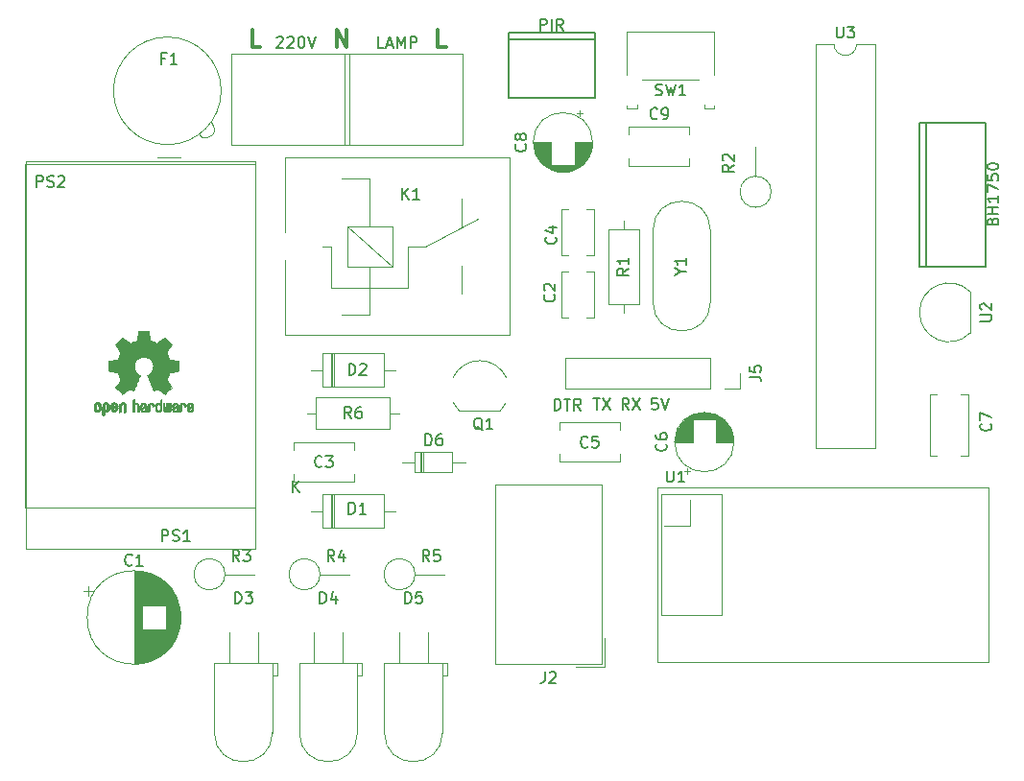
<source format=gbr>
G04 #@! TF.GenerationSoftware,KiCad,Pcbnew,(6.0.0-rc1-dev-1491-g0a4812be0)*
G04 #@! TF.CreationDate,2019-01-22T09:02:21+01:00
G04 #@! TF.ProjectId,atmega328,61746d65-6761-4333-9238-2e6b69636164,1*
G04 #@! TF.SameCoordinates,Original*
G04 #@! TF.FileFunction,Legend,Top*
G04 #@! TF.FilePolarity,Positive*
%FSLAX46Y46*%
G04 Gerber Fmt 4.6, Leading zero omitted, Abs format (unit mm)*
G04 Created by KiCad (PCBNEW (6.0.0-rc1-dev-1491-g0a4812be0)) date 2019-01-22 09:02:21*
%MOMM*%
%LPD*%
G04 APERTURE LIST*
%ADD10C,0.150000*%
%ADD11C,0.300000*%
%ADD12C,0.120000*%
%ADD13C,0.010000*%
G04 APERTURE END LIST*
D10*
X150241142Y-100274380D02*
X150241142Y-99274380D01*
X150479238Y-99274380D01*
X150622095Y-99322000D01*
X150717333Y-99417238D01*
X150764952Y-99512476D01*
X150812571Y-99702952D01*
X150812571Y-99845809D01*
X150764952Y-100036285D01*
X150717333Y-100131523D01*
X150622095Y-100226761D01*
X150479238Y-100274380D01*
X150241142Y-100274380D01*
X151098285Y-99274380D02*
X151669714Y-99274380D01*
X151384000Y-100274380D02*
X151384000Y-99274380D01*
X152574476Y-100274380D02*
X152241142Y-99798190D01*
X152003047Y-100274380D02*
X152003047Y-99274380D01*
X152384000Y-99274380D01*
X152479238Y-99322000D01*
X152526857Y-99369619D01*
X152574476Y-99464857D01*
X152574476Y-99607714D01*
X152526857Y-99702952D01*
X152479238Y-99750571D01*
X152384000Y-99798190D01*
X152003047Y-99798190D01*
X159344523Y-99222380D02*
X158868333Y-99222380D01*
X158820714Y-99698571D01*
X158868333Y-99650952D01*
X158963571Y-99603333D01*
X159201666Y-99603333D01*
X159296904Y-99650952D01*
X159344523Y-99698571D01*
X159392142Y-99793809D01*
X159392142Y-100031904D01*
X159344523Y-100127142D01*
X159296904Y-100174761D01*
X159201666Y-100222380D01*
X158963571Y-100222380D01*
X158868333Y-100174761D01*
X158820714Y-100127142D01*
X159677857Y-99222380D02*
X160011190Y-100222380D01*
X160344523Y-99222380D01*
X156828333Y-100222380D02*
X156495000Y-99746190D01*
X156256904Y-100222380D02*
X156256904Y-99222380D01*
X156637857Y-99222380D01*
X156733095Y-99270000D01*
X156780714Y-99317619D01*
X156828333Y-99412857D01*
X156828333Y-99555714D01*
X156780714Y-99650952D01*
X156733095Y-99698571D01*
X156637857Y-99746190D01*
X156256904Y-99746190D01*
X157161666Y-99222380D02*
X157828333Y-100222380D01*
X157828333Y-99222380D02*
X157161666Y-100222380D01*
X153693095Y-99222380D02*
X154264523Y-99222380D01*
X153978809Y-100222380D02*
X153978809Y-99222380D01*
X154502619Y-99222380D02*
X155169285Y-100222380D01*
X155169285Y-99222380D02*
X154502619Y-100222380D01*
D11*
X140695285Y-68190571D02*
X139981000Y-68190571D01*
X139981000Y-66690571D01*
X131039428Y-68190571D02*
X131039428Y-66690571D01*
X131896571Y-68190571D01*
X131896571Y-66690571D01*
X124312285Y-68190571D02*
X123598000Y-68190571D01*
X123598000Y-66690571D01*
D12*
X123850000Y-78560000D02*
X123850000Y-108860000D01*
X103550000Y-78560000D02*
X123850000Y-78560000D01*
X103550000Y-108860000D02*
X103550000Y-78560000D01*
X123850000Y-108860000D02*
X103550000Y-108860000D01*
D10*
X183062000Y-87578000D02*
X183062000Y-74878000D01*
X182462000Y-87578000D02*
X182462000Y-74878000D01*
X182462000Y-74878000D02*
X188262000Y-74878000D01*
X188262000Y-74878000D02*
X188262000Y-87578000D01*
X188262000Y-87578000D02*
X182462000Y-87578000D01*
D12*
X152725000Y-74085225D02*
X152225000Y-74085225D01*
X152475000Y-73835225D02*
X152475000Y-74335225D01*
X151284000Y-79241000D02*
X150716000Y-79241000D01*
X151518000Y-79201000D02*
X150482000Y-79201000D01*
X151677000Y-79161000D02*
X150323000Y-79161000D01*
X151805000Y-79121000D02*
X150195000Y-79121000D01*
X151915000Y-79081000D02*
X150085000Y-79081000D01*
X152011000Y-79041000D02*
X149989000Y-79041000D01*
X152098000Y-79001000D02*
X149902000Y-79001000D01*
X152178000Y-78961000D02*
X149822000Y-78961000D01*
X152251000Y-78921000D02*
X149749000Y-78921000D01*
X152319000Y-78881000D02*
X149681000Y-78881000D01*
X152383000Y-78841000D02*
X149617000Y-78841000D01*
X152443000Y-78801000D02*
X149557000Y-78801000D01*
X152500000Y-78761000D02*
X149500000Y-78761000D01*
X152554000Y-78721000D02*
X149446000Y-78721000D01*
X152605000Y-78681000D02*
X149395000Y-78681000D01*
X149960000Y-78641000D02*
X149347000Y-78641000D01*
X152653000Y-78641000D02*
X152040000Y-78641000D01*
X149960000Y-78601000D02*
X149301000Y-78601000D01*
X152699000Y-78601000D02*
X152040000Y-78601000D01*
X149960000Y-78561000D02*
X149257000Y-78561000D01*
X152743000Y-78561000D02*
X152040000Y-78561000D01*
X149960000Y-78521000D02*
X149215000Y-78521000D01*
X152785000Y-78521000D02*
X152040000Y-78521000D01*
X149960000Y-78481000D02*
X149174000Y-78481000D01*
X152826000Y-78481000D02*
X152040000Y-78481000D01*
X149960000Y-78441000D02*
X149136000Y-78441000D01*
X152864000Y-78441000D02*
X152040000Y-78441000D01*
X149960000Y-78401000D02*
X149099000Y-78401000D01*
X152901000Y-78401000D02*
X152040000Y-78401000D01*
X149960000Y-78361000D02*
X149063000Y-78361000D01*
X152937000Y-78361000D02*
X152040000Y-78361000D01*
X149960000Y-78321000D02*
X149029000Y-78321000D01*
X152971000Y-78321000D02*
X152040000Y-78321000D01*
X149960000Y-78281000D02*
X148996000Y-78281000D01*
X153004000Y-78281000D02*
X152040000Y-78281000D01*
X149960000Y-78241000D02*
X148965000Y-78241000D01*
X153035000Y-78241000D02*
X152040000Y-78241000D01*
X149960000Y-78201000D02*
X148935000Y-78201000D01*
X153065000Y-78201000D02*
X152040000Y-78201000D01*
X149960000Y-78161000D02*
X148905000Y-78161000D01*
X153095000Y-78161000D02*
X152040000Y-78161000D01*
X149960000Y-78121000D02*
X148878000Y-78121000D01*
X153122000Y-78121000D02*
X152040000Y-78121000D01*
X149960000Y-78081000D02*
X148851000Y-78081000D01*
X153149000Y-78081000D02*
X152040000Y-78081000D01*
X149960000Y-78041000D02*
X148825000Y-78041000D01*
X153175000Y-78041000D02*
X152040000Y-78041000D01*
X149960000Y-78001000D02*
X148800000Y-78001000D01*
X153200000Y-78001000D02*
X152040000Y-78001000D01*
X149960000Y-77961000D02*
X148776000Y-77961000D01*
X153224000Y-77961000D02*
X152040000Y-77961000D01*
X149960000Y-77921000D02*
X148753000Y-77921000D01*
X153247000Y-77921000D02*
X152040000Y-77921000D01*
X149960000Y-77881000D02*
X148732000Y-77881000D01*
X153268000Y-77881000D02*
X152040000Y-77881000D01*
X149960000Y-77841000D02*
X148710000Y-77841000D01*
X153290000Y-77841000D02*
X152040000Y-77841000D01*
X149960000Y-77801000D02*
X148690000Y-77801000D01*
X153310000Y-77801000D02*
X152040000Y-77801000D01*
X149960000Y-77761000D02*
X148671000Y-77761000D01*
X153329000Y-77761000D02*
X152040000Y-77761000D01*
X149960000Y-77721000D02*
X148652000Y-77721000D01*
X153348000Y-77721000D02*
X152040000Y-77721000D01*
X149960000Y-77681000D02*
X148635000Y-77681000D01*
X153365000Y-77681000D02*
X152040000Y-77681000D01*
X149960000Y-77641000D02*
X148618000Y-77641000D01*
X153382000Y-77641000D02*
X152040000Y-77641000D01*
X149960000Y-77601000D02*
X148602000Y-77601000D01*
X153398000Y-77601000D02*
X152040000Y-77601000D01*
X149960000Y-77561000D02*
X148586000Y-77561000D01*
X153414000Y-77561000D02*
X152040000Y-77561000D01*
X149960000Y-77521000D02*
X148572000Y-77521000D01*
X153428000Y-77521000D02*
X152040000Y-77521000D01*
X149960000Y-77481000D02*
X148558000Y-77481000D01*
X153442000Y-77481000D02*
X152040000Y-77481000D01*
X149960000Y-77441000D02*
X148545000Y-77441000D01*
X153455000Y-77441000D02*
X152040000Y-77441000D01*
X149960000Y-77401000D02*
X148532000Y-77401000D01*
X153468000Y-77401000D02*
X152040000Y-77401000D01*
X149960000Y-77361000D02*
X148520000Y-77361000D01*
X153480000Y-77361000D02*
X152040000Y-77361000D01*
X149960000Y-77320000D02*
X148509000Y-77320000D01*
X153491000Y-77320000D02*
X152040000Y-77320000D01*
X149960000Y-77280000D02*
X148499000Y-77280000D01*
X153501000Y-77280000D02*
X152040000Y-77280000D01*
X149960000Y-77240000D02*
X148489000Y-77240000D01*
X153511000Y-77240000D02*
X152040000Y-77240000D01*
X149960000Y-77200000D02*
X148480000Y-77200000D01*
X153520000Y-77200000D02*
X152040000Y-77200000D01*
X149960000Y-77160000D02*
X148472000Y-77160000D01*
X153528000Y-77160000D02*
X152040000Y-77160000D01*
X149960000Y-77120000D02*
X148464000Y-77120000D01*
X153536000Y-77120000D02*
X152040000Y-77120000D01*
X149960000Y-77080000D02*
X148457000Y-77080000D01*
X153543000Y-77080000D02*
X152040000Y-77080000D01*
X149960000Y-77040000D02*
X148450000Y-77040000D01*
X153550000Y-77040000D02*
X152040000Y-77040000D01*
X149960000Y-77000000D02*
X148444000Y-77000000D01*
X153556000Y-77000000D02*
X152040000Y-77000000D01*
X149960000Y-76960000D02*
X148439000Y-76960000D01*
X153561000Y-76960000D02*
X152040000Y-76960000D01*
X149960000Y-76920000D02*
X148435000Y-76920000D01*
X153565000Y-76920000D02*
X152040000Y-76920000D01*
X149960000Y-76880000D02*
X148431000Y-76880000D01*
X153569000Y-76880000D02*
X152040000Y-76880000D01*
X149960000Y-76840000D02*
X148427000Y-76840000D01*
X153573000Y-76840000D02*
X152040000Y-76840000D01*
X149960000Y-76800000D02*
X148424000Y-76800000D01*
X153576000Y-76800000D02*
X152040000Y-76800000D01*
X149960000Y-76760000D02*
X148422000Y-76760000D01*
X153578000Y-76760000D02*
X152040000Y-76760000D01*
X149960000Y-76720000D02*
X148421000Y-76720000D01*
X153579000Y-76720000D02*
X152040000Y-76720000D01*
X153580000Y-76680000D02*
X152040000Y-76680000D01*
X149960000Y-76680000D02*
X148420000Y-76680000D01*
X153580000Y-76640000D02*
X152040000Y-76640000D01*
X149960000Y-76640000D02*
X148420000Y-76640000D01*
X153620000Y-76640000D02*
G75*
G03X153620000Y-76640000I-2620000J0D01*
G01*
X161747000Y-105642775D02*
X162247000Y-105642775D01*
X161997000Y-105892775D02*
X161997000Y-105392775D01*
X163188000Y-100487000D02*
X163756000Y-100487000D01*
X162954000Y-100527000D02*
X163990000Y-100527000D01*
X162795000Y-100567000D02*
X164149000Y-100567000D01*
X162667000Y-100607000D02*
X164277000Y-100607000D01*
X162557000Y-100647000D02*
X164387000Y-100647000D01*
X162461000Y-100687000D02*
X164483000Y-100687000D01*
X162374000Y-100727000D02*
X164570000Y-100727000D01*
X162294000Y-100767000D02*
X164650000Y-100767000D01*
X162221000Y-100807000D02*
X164723000Y-100807000D01*
X162153000Y-100847000D02*
X164791000Y-100847000D01*
X162089000Y-100887000D02*
X164855000Y-100887000D01*
X162029000Y-100927000D02*
X164915000Y-100927000D01*
X161972000Y-100967000D02*
X164972000Y-100967000D01*
X161918000Y-101007000D02*
X165026000Y-101007000D01*
X161867000Y-101047000D02*
X165077000Y-101047000D01*
X164512000Y-101087000D02*
X165125000Y-101087000D01*
X161819000Y-101087000D02*
X162432000Y-101087000D01*
X164512000Y-101127000D02*
X165171000Y-101127000D01*
X161773000Y-101127000D02*
X162432000Y-101127000D01*
X164512000Y-101167000D02*
X165215000Y-101167000D01*
X161729000Y-101167000D02*
X162432000Y-101167000D01*
X164512000Y-101207000D02*
X165257000Y-101207000D01*
X161687000Y-101207000D02*
X162432000Y-101207000D01*
X164512000Y-101247000D02*
X165298000Y-101247000D01*
X161646000Y-101247000D02*
X162432000Y-101247000D01*
X164512000Y-101287000D02*
X165336000Y-101287000D01*
X161608000Y-101287000D02*
X162432000Y-101287000D01*
X164512000Y-101327000D02*
X165373000Y-101327000D01*
X161571000Y-101327000D02*
X162432000Y-101327000D01*
X164512000Y-101367000D02*
X165409000Y-101367000D01*
X161535000Y-101367000D02*
X162432000Y-101367000D01*
X164512000Y-101407000D02*
X165443000Y-101407000D01*
X161501000Y-101407000D02*
X162432000Y-101407000D01*
X164512000Y-101447000D02*
X165476000Y-101447000D01*
X161468000Y-101447000D02*
X162432000Y-101447000D01*
X164512000Y-101487000D02*
X165507000Y-101487000D01*
X161437000Y-101487000D02*
X162432000Y-101487000D01*
X164512000Y-101527000D02*
X165537000Y-101527000D01*
X161407000Y-101527000D02*
X162432000Y-101527000D01*
X164512000Y-101567000D02*
X165567000Y-101567000D01*
X161377000Y-101567000D02*
X162432000Y-101567000D01*
X164512000Y-101607000D02*
X165594000Y-101607000D01*
X161350000Y-101607000D02*
X162432000Y-101607000D01*
X164512000Y-101647000D02*
X165621000Y-101647000D01*
X161323000Y-101647000D02*
X162432000Y-101647000D01*
X164512000Y-101687000D02*
X165647000Y-101687000D01*
X161297000Y-101687000D02*
X162432000Y-101687000D01*
X164512000Y-101727000D02*
X165672000Y-101727000D01*
X161272000Y-101727000D02*
X162432000Y-101727000D01*
X164512000Y-101767000D02*
X165696000Y-101767000D01*
X161248000Y-101767000D02*
X162432000Y-101767000D01*
X164512000Y-101807000D02*
X165719000Y-101807000D01*
X161225000Y-101807000D02*
X162432000Y-101807000D01*
X164512000Y-101847000D02*
X165740000Y-101847000D01*
X161204000Y-101847000D02*
X162432000Y-101847000D01*
X164512000Y-101887000D02*
X165762000Y-101887000D01*
X161182000Y-101887000D02*
X162432000Y-101887000D01*
X164512000Y-101927000D02*
X165782000Y-101927000D01*
X161162000Y-101927000D02*
X162432000Y-101927000D01*
X164512000Y-101967000D02*
X165801000Y-101967000D01*
X161143000Y-101967000D02*
X162432000Y-101967000D01*
X164512000Y-102007000D02*
X165820000Y-102007000D01*
X161124000Y-102007000D02*
X162432000Y-102007000D01*
X164512000Y-102047000D02*
X165837000Y-102047000D01*
X161107000Y-102047000D02*
X162432000Y-102047000D01*
X164512000Y-102087000D02*
X165854000Y-102087000D01*
X161090000Y-102087000D02*
X162432000Y-102087000D01*
X164512000Y-102127000D02*
X165870000Y-102127000D01*
X161074000Y-102127000D02*
X162432000Y-102127000D01*
X164512000Y-102167000D02*
X165886000Y-102167000D01*
X161058000Y-102167000D02*
X162432000Y-102167000D01*
X164512000Y-102207000D02*
X165900000Y-102207000D01*
X161044000Y-102207000D02*
X162432000Y-102207000D01*
X164512000Y-102247000D02*
X165914000Y-102247000D01*
X161030000Y-102247000D02*
X162432000Y-102247000D01*
X164512000Y-102287000D02*
X165927000Y-102287000D01*
X161017000Y-102287000D02*
X162432000Y-102287000D01*
X164512000Y-102327000D02*
X165940000Y-102327000D01*
X161004000Y-102327000D02*
X162432000Y-102327000D01*
X164512000Y-102367000D02*
X165952000Y-102367000D01*
X160992000Y-102367000D02*
X162432000Y-102367000D01*
X164512000Y-102408000D02*
X165963000Y-102408000D01*
X160981000Y-102408000D02*
X162432000Y-102408000D01*
X164512000Y-102448000D02*
X165973000Y-102448000D01*
X160971000Y-102448000D02*
X162432000Y-102448000D01*
X164512000Y-102488000D02*
X165983000Y-102488000D01*
X160961000Y-102488000D02*
X162432000Y-102488000D01*
X164512000Y-102528000D02*
X165992000Y-102528000D01*
X160952000Y-102528000D02*
X162432000Y-102528000D01*
X164512000Y-102568000D02*
X166000000Y-102568000D01*
X160944000Y-102568000D02*
X162432000Y-102568000D01*
X164512000Y-102608000D02*
X166008000Y-102608000D01*
X160936000Y-102608000D02*
X162432000Y-102608000D01*
X164512000Y-102648000D02*
X166015000Y-102648000D01*
X160929000Y-102648000D02*
X162432000Y-102648000D01*
X164512000Y-102688000D02*
X166022000Y-102688000D01*
X160922000Y-102688000D02*
X162432000Y-102688000D01*
X164512000Y-102728000D02*
X166028000Y-102728000D01*
X160916000Y-102728000D02*
X162432000Y-102728000D01*
X164512000Y-102768000D02*
X166033000Y-102768000D01*
X160911000Y-102768000D02*
X162432000Y-102768000D01*
X164512000Y-102808000D02*
X166037000Y-102808000D01*
X160907000Y-102808000D02*
X162432000Y-102808000D01*
X164512000Y-102848000D02*
X166041000Y-102848000D01*
X160903000Y-102848000D02*
X162432000Y-102848000D01*
X164512000Y-102888000D02*
X166045000Y-102888000D01*
X160899000Y-102888000D02*
X162432000Y-102888000D01*
X164512000Y-102928000D02*
X166048000Y-102928000D01*
X160896000Y-102928000D02*
X162432000Y-102928000D01*
X164512000Y-102968000D02*
X166050000Y-102968000D01*
X160894000Y-102968000D02*
X162432000Y-102968000D01*
X164512000Y-103008000D02*
X166051000Y-103008000D01*
X160893000Y-103008000D02*
X162432000Y-103008000D01*
X160892000Y-103048000D02*
X162432000Y-103048000D01*
X164512000Y-103048000D02*
X166052000Y-103048000D01*
X160892000Y-103088000D02*
X162432000Y-103088000D01*
X164512000Y-103088000D02*
X166052000Y-103088000D01*
X166092000Y-103088000D02*
G75*
G03X166092000Y-103088000I-2620000J0D01*
G01*
X130544000Y-107698000D02*
X130544000Y-110638000D01*
X130784000Y-107698000D02*
X130784000Y-110638000D01*
X130664000Y-107698000D02*
X130664000Y-110638000D01*
X136224000Y-109168000D02*
X135204000Y-109168000D01*
X128744000Y-109168000D02*
X129764000Y-109168000D01*
X135204000Y-107698000D02*
X129764000Y-107698000D01*
X135204000Y-110638000D02*
X135204000Y-107698000D01*
X129764000Y-110638000D02*
X135204000Y-110638000D01*
X129764000Y-107698000D02*
X129764000Y-110638000D01*
X150682000Y-102017000D02*
X150682000Y-101351000D01*
X150682000Y-104793000D02*
X150682000Y-104127000D01*
X156022000Y-102017000D02*
X156022000Y-101351000D01*
X156022000Y-104793000D02*
X156022000Y-104127000D01*
X156022000Y-101351000D02*
X150682000Y-101351000D01*
X156022000Y-104793000D02*
X150682000Y-104793000D01*
X166580000Y-97000000D02*
X166580000Y-98330000D01*
X166580000Y-98330000D02*
X165250000Y-98330000D01*
X163980000Y-98330000D02*
X151220000Y-98330000D01*
X151220000Y-95670000D02*
X151220000Y-98330000D01*
X163980000Y-95670000D02*
X151220000Y-95670000D01*
X163980000Y-95670000D02*
X163980000Y-98330000D01*
X164001000Y-84360000D02*
G75*
G03X158951000Y-84360000I-2525000J0D01*
G01*
X164001000Y-90760000D02*
G75*
G02X158951000Y-90760000I-2525000J0D01*
G01*
X164001000Y-90760000D02*
X164001000Y-84360000D01*
X158951000Y-90760000D02*
X158951000Y-84360000D01*
X162170000Y-78055000D02*
X162170000Y-78721000D01*
X162170000Y-75279000D02*
X162170000Y-75945000D01*
X156830000Y-78055000D02*
X156830000Y-78721000D01*
X156830000Y-75279000D02*
X156830000Y-75945000D01*
X156830000Y-78721000D02*
X162170000Y-78721000D01*
X156830000Y-75279000D02*
X162170000Y-75279000D01*
X186117000Y-98918000D02*
X186783000Y-98918000D01*
X183341000Y-98918000D02*
X184007000Y-98918000D01*
X186117000Y-104258000D02*
X186783000Y-104258000D01*
X183341000Y-104258000D02*
X184007000Y-104258000D01*
X186783000Y-104258000D02*
X186783000Y-98918000D01*
X183341000Y-104258000D02*
X183341000Y-98918000D01*
X132574000Y-105905000D02*
X132574000Y-106571000D01*
X132574000Y-103129000D02*
X132574000Y-103795000D01*
X127234000Y-105905000D02*
X127234000Y-106571000D01*
X127234000Y-103129000D02*
X127234000Y-103795000D01*
X127234000Y-106571000D02*
X132574000Y-106571000D01*
X127234000Y-103129000D02*
X132574000Y-103129000D01*
X109142302Y-115851000D02*
X109142302Y-116651000D01*
X108742302Y-116251000D02*
X109542302Y-116251000D01*
X117233000Y-118033000D02*
X117233000Y-119099000D01*
X117193000Y-117798000D02*
X117193000Y-119334000D01*
X117153000Y-117618000D02*
X117153000Y-119514000D01*
X117113000Y-117468000D02*
X117113000Y-119664000D01*
X117073000Y-117337000D02*
X117073000Y-119795000D01*
X117033000Y-117220000D02*
X117033000Y-119912000D01*
X116993000Y-117113000D02*
X116993000Y-120019000D01*
X116953000Y-117014000D02*
X116953000Y-120118000D01*
X116913000Y-116921000D02*
X116913000Y-120211000D01*
X116873000Y-116835000D02*
X116873000Y-120297000D01*
X116833000Y-116753000D02*
X116833000Y-120379000D01*
X116793000Y-116676000D02*
X116793000Y-120456000D01*
X116753000Y-116602000D02*
X116753000Y-120530000D01*
X116713000Y-116532000D02*
X116713000Y-120600000D01*
X116673000Y-116464000D02*
X116673000Y-120668000D01*
X116633000Y-116400000D02*
X116633000Y-120732000D01*
X116593000Y-116338000D02*
X116593000Y-120794000D01*
X116553000Y-116279000D02*
X116553000Y-120853000D01*
X116513000Y-116221000D02*
X116513000Y-120911000D01*
X116473000Y-116166000D02*
X116473000Y-120966000D01*
X116433000Y-116112000D02*
X116433000Y-121020000D01*
X116393000Y-116061000D02*
X116393000Y-121071000D01*
X116353000Y-116010000D02*
X116353000Y-121122000D01*
X116313000Y-115962000D02*
X116313000Y-121170000D01*
X116273000Y-115915000D02*
X116273000Y-121217000D01*
X116233000Y-115869000D02*
X116233000Y-121263000D01*
X116193000Y-115825000D02*
X116193000Y-121307000D01*
X116153000Y-115782000D02*
X116153000Y-121350000D01*
X116113000Y-115740000D02*
X116113000Y-121392000D01*
X116073000Y-115699000D02*
X116073000Y-121433000D01*
X116033000Y-115659000D02*
X116033000Y-121473000D01*
X115993000Y-115621000D02*
X115993000Y-121511000D01*
X115953000Y-115583000D02*
X115953000Y-121549000D01*
X115913000Y-119606000D02*
X115913000Y-121585000D01*
X115913000Y-115547000D02*
X115913000Y-117526000D01*
X115873000Y-119606000D02*
X115873000Y-121621000D01*
X115873000Y-115511000D02*
X115873000Y-117526000D01*
X115833000Y-119606000D02*
X115833000Y-121656000D01*
X115833000Y-115476000D02*
X115833000Y-117526000D01*
X115793000Y-119606000D02*
X115793000Y-121690000D01*
X115793000Y-115442000D02*
X115793000Y-117526000D01*
X115753000Y-119606000D02*
X115753000Y-121722000D01*
X115753000Y-115410000D02*
X115753000Y-117526000D01*
X115713000Y-119606000D02*
X115713000Y-121755000D01*
X115713000Y-115377000D02*
X115713000Y-117526000D01*
X115673000Y-119606000D02*
X115673000Y-121786000D01*
X115673000Y-115346000D02*
X115673000Y-117526000D01*
X115633000Y-119606000D02*
X115633000Y-121816000D01*
X115633000Y-115316000D02*
X115633000Y-117526000D01*
X115593000Y-119606000D02*
X115593000Y-121846000D01*
X115593000Y-115286000D02*
X115593000Y-117526000D01*
X115553000Y-119606000D02*
X115553000Y-121875000D01*
X115553000Y-115257000D02*
X115553000Y-117526000D01*
X115513000Y-119606000D02*
X115513000Y-121904000D01*
X115513000Y-115228000D02*
X115513000Y-117526000D01*
X115473000Y-119606000D02*
X115473000Y-121931000D01*
X115473000Y-115201000D02*
X115473000Y-117526000D01*
X115433000Y-119606000D02*
X115433000Y-121958000D01*
X115433000Y-115174000D02*
X115433000Y-117526000D01*
X115393000Y-119606000D02*
X115393000Y-121984000D01*
X115393000Y-115148000D02*
X115393000Y-117526000D01*
X115353000Y-119606000D02*
X115353000Y-122010000D01*
X115353000Y-115122000D02*
X115353000Y-117526000D01*
X115313000Y-119606000D02*
X115313000Y-122035000D01*
X115313000Y-115097000D02*
X115313000Y-117526000D01*
X115273000Y-119606000D02*
X115273000Y-122059000D01*
X115273000Y-115073000D02*
X115273000Y-117526000D01*
X115233000Y-119606000D02*
X115233000Y-122083000D01*
X115233000Y-115049000D02*
X115233000Y-117526000D01*
X115193000Y-119606000D02*
X115193000Y-122106000D01*
X115193000Y-115026000D02*
X115193000Y-117526000D01*
X115153000Y-119606000D02*
X115153000Y-122128000D01*
X115153000Y-115004000D02*
X115153000Y-117526000D01*
X115113000Y-119606000D02*
X115113000Y-122150000D01*
X115113000Y-114982000D02*
X115113000Y-117526000D01*
X115073000Y-119606000D02*
X115073000Y-122172000D01*
X115073000Y-114960000D02*
X115073000Y-117526000D01*
X115033000Y-119606000D02*
X115033000Y-122193000D01*
X115033000Y-114939000D02*
X115033000Y-117526000D01*
X114993000Y-119606000D02*
X114993000Y-122213000D01*
X114993000Y-114919000D02*
X114993000Y-117526000D01*
X114953000Y-119606000D02*
X114953000Y-122232000D01*
X114953000Y-114900000D02*
X114953000Y-117526000D01*
X114913000Y-119606000D02*
X114913000Y-122252000D01*
X114913000Y-114880000D02*
X114913000Y-117526000D01*
X114873000Y-119606000D02*
X114873000Y-122270000D01*
X114873000Y-114862000D02*
X114873000Y-117526000D01*
X114833000Y-119606000D02*
X114833000Y-122288000D01*
X114833000Y-114844000D02*
X114833000Y-117526000D01*
X114793000Y-119606000D02*
X114793000Y-122306000D01*
X114793000Y-114826000D02*
X114793000Y-117526000D01*
X114753000Y-119606000D02*
X114753000Y-122323000D01*
X114753000Y-114809000D02*
X114753000Y-117526000D01*
X114713000Y-119606000D02*
X114713000Y-122340000D01*
X114713000Y-114792000D02*
X114713000Y-117526000D01*
X114673000Y-119606000D02*
X114673000Y-122356000D01*
X114673000Y-114776000D02*
X114673000Y-117526000D01*
X114633000Y-119606000D02*
X114633000Y-122371000D01*
X114633000Y-114761000D02*
X114633000Y-117526000D01*
X114593000Y-119606000D02*
X114593000Y-122387000D01*
X114593000Y-114745000D02*
X114593000Y-117526000D01*
X114553000Y-119606000D02*
X114553000Y-122401000D01*
X114553000Y-114731000D02*
X114553000Y-117526000D01*
X114513000Y-119606000D02*
X114513000Y-122416000D01*
X114513000Y-114716000D02*
X114513000Y-117526000D01*
X114473000Y-119606000D02*
X114473000Y-122429000D01*
X114473000Y-114703000D02*
X114473000Y-117526000D01*
X114433000Y-119606000D02*
X114433000Y-122443000D01*
X114433000Y-114689000D02*
X114433000Y-117526000D01*
X114393000Y-119606000D02*
X114393000Y-122455000D01*
X114393000Y-114677000D02*
X114393000Y-117526000D01*
X114353000Y-119606000D02*
X114353000Y-122468000D01*
X114353000Y-114664000D02*
X114353000Y-117526000D01*
X114313000Y-119606000D02*
X114313000Y-122480000D01*
X114313000Y-114652000D02*
X114313000Y-117526000D01*
X114273000Y-119606000D02*
X114273000Y-122491000D01*
X114273000Y-114641000D02*
X114273000Y-117526000D01*
X114233000Y-119606000D02*
X114233000Y-122502000D01*
X114233000Y-114630000D02*
X114233000Y-117526000D01*
X114193000Y-119606000D02*
X114193000Y-122513000D01*
X114193000Y-114619000D02*
X114193000Y-117526000D01*
X114153000Y-119606000D02*
X114153000Y-122523000D01*
X114153000Y-114609000D02*
X114153000Y-117526000D01*
X114113000Y-119606000D02*
X114113000Y-122533000D01*
X114113000Y-114599000D02*
X114113000Y-117526000D01*
X114073000Y-119606000D02*
X114073000Y-122542000D01*
X114073000Y-114590000D02*
X114073000Y-117526000D01*
X114033000Y-119606000D02*
X114033000Y-122551000D01*
X114033000Y-114581000D02*
X114033000Y-117526000D01*
X113993000Y-119606000D02*
X113993000Y-122560000D01*
X113993000Y-114572000D02*
X113993000Y-117526000D01*
X113953000Y-119606000D02*
X113953000Y-122568000D01*
X113953000Y-114564000D02*
X113953000Y-117526000D01*
X113913000Y-119606000D02*
X113913000Y-122576000D01*
X113913000Y-114556000D02*
X113913000Y-117526000D01*
X113873000Y-119606000D02*
X113873000Y-122583000D01*
X113873000Y-114549000D02*
X113873000Y-117526000D01*
X113832000Y-114542000D02*
X113832000Y-122590000D01*
X113792000Y-114536000D02*
X113792000Y-122596000D01*
X113752000Y-114529000D02*
X113752000Y-122603000D01*
X113712000Y-114524000D02*
X113712000Y-122608000D01*
X113672000Y-114518000D02*
X113672000Y-122614000D01*
X113632000Y-114514000D02*
X113632000Y-122618000D01*
X113592000Y-114509000D02*
X113592000Y-122623000D01*
X113552000Y-114505000D02*
X113552000Y-122627000D01*
X113512000Y-114501000D02*
X113512000Y-122631000D01*
X113472000Y-114498000D02*
X113472000Y-122634000D01*
X113432000Y-114495000D02*
X113432000Y-122637000D01*
X113392000Y-114492000D02*
X113392000Y-122640000D01*
X113352000Y-114490000D02*
X113352000Y-122642000D01*
X113312000Y-114489000D02*
X113312000Y-122643000D01*
X113272000Y-114487000D02*
X113272000Y-122645000D01*
X113232000Y-114486000D02*
X113232000Y-122646000D01*
X113192000Y-114486000D02*
X113192000Y-122646000D01*
X113152000Y-114486000D02*
X113152000Y-122646000D01*
X117272000Y-118566000D02*
G75*
G03X117272000Y-118566000I-4120000J0D01*
G01*
X186900478Y-89803522D02*
G75*
G03X182462000Y-91642000I-1838478J-1838478D01*
G01*
X186900478Y-93480478D02*
G75*
G02X182462000Y-91642000I-1838478J1838478D01*
G01*
X186912000Y-93442000D02*
X186912000Y-89842000D01*
X117240000Y-77950000D02*
X115230000Y-77950000D01*
X123840000Y-112540000D02*
X123840000Y-78340000D01*
X103640000Y-112540000D02*
X123840000Y-112540000D01*
X103640000Y-78340000D02*
X103640000Y-112540000D01*
X123840000Y-78340000D02*
X103640000Y-78340000D01*
X145984184Y-99622795D02*
G75*
G02X145460000Y-100350000I-2324184J1122795D01*
G01*
X146016400Y-97401193D02*
G75*
G03X143660000Y-95900000I-2356400J-1098807D01*
G01*
X141303600Y-97401193D02*
G75*
G02X143660000Y-95900000I2356400J-1098807D01*
G01*
X141335816Y-99622795D02*
G75*
G03X141860000Y-100350000I2324184J1122795D01*
G01*
X141860000Y-100350000D02*
X145460000Y-100350000D01*
X142150000Y-68850000D02*
X142150000Y-76850000D01*
X131750000Y-68850000D02*
X142150000Y-68850000D01*
X131750000Y-76850000D02*
X131750000Y-68850000D01*
X142150000Y-76850000D02*
X131750000Y-76850000D01*
X132150000Y-68850000D02*
X132150000Y-76850000D01*
X121750000Y-68850000D02*
X132150000Y-68850000D01*
X121750000Y-76850000D02*
X121750000Y-68850000D01*
X132150000Y-76850000D02*
X121750000Y-76850000D01*
X156630000Y-73364000D02*
X156630000Y-73664000D01*
X157520000Y-73664000D02*
X157520000Y-73314000D01*
X157520000Y-73664000D02*
X156630000Y-73664000D01*
X158010000Y-71114000D02*
X162990000Y-71114000D01*
X156630000Y-66874000D02*
X156630000Y-70724000D01*
X164370000Y-66874000D02*
X156630000Y-66874000D01*
X164370000Y-70724000D02*
X164370000Y-66874000D01*
X164370000Y-73364000D02*
X164370000Y-73664000D01*
X164370000Y-73664000D02*
X163480000Y-73664000D01*
X163480000Y-73664000D02*
X163480000Y-73314000D01*
X154655000Y-122896000D02*
X152115000Y-122896000D01*
X154655000Y-122896000D02*
X154655000Y-120356000D01*
X154405000Y-122646000D02*
X145055000Y-122646000D01*
X154405000Y-106866000D02*
X154405000Y-122646000D01*
X145055000Y-106866000D02*
X154405000Y-106866000D01*
X145055000Y-122646000D02*
X145055000Y-106866000D01*
X137950000Y-114756000D02*
X140560000Y-114756000D01*
X137950000Y-114756000D02*
G75*
G03X137950000Y-114756000I-1370000J0D01*
G01*
X129568000Y-114756000D02*
X132178000Y-114756000D01*
X129568000Y-114756000D02*
G75*
G03X129568000Y-114756000I-1370000J0D01*
G01*
X121186000Y-114756000D02*
X123796000Y-114756000D01*
X121186000Y-114756000D02*
G75*
G03X121186000Y-114756000I-1370000J0D01*
G01*
X139077000Y-119905000D02*
X139077000Y-119905000D01*
X139077000Y-122575000D02*
X139077000Y-119905000D01*
X139077000Y-122575000D02*
X139077000Y-122575000D01*
X139077000Y-119905000D02*
X139077000Y-122575000D01*
X136537000Y-119905000D02*
X136537000Y-119905000D01*
X136537000Y-122575000D02*
X136537000Y-119905000D01*
X136537000Y-122575000D02*
X136537000Y-122575000D01*
X136537000Y-119905000D02*
X136537000Y-122575000D01*
X140367000Y-122575000D02*
X140767000Y-122575000D01*
X140367000Y-123695000D02*
X140367000Y-122575000D01*
X140767000Y-123695000D02*
X140367000Y-123695000D01*
X140767000Y-122575000D02*
X140767000Y-123695000D01*
X135247000Y-122575000D02*
X140367000Y-122575000D01*
X140367000Y-122575000D02*
X140367000Y-128735000D01*
X135247000Y-122575000D02*
X135247000Y-128735000D01*
X140367000Y-128735000D02*
G75*
G02X135247000Y-128735000I-2560000J0D01*
G01*
X131577000Y-119905000D02*
X131577000Y-119905000D01*
X131577000Y-122575000D02*
X131577000Y-119905000D01*
X131577000Y-122575000D02*
X131577000Y-122575000D01*
X131577000Y-119905000D02*
X131577000Y-122575000D01*
X129037000Y-119905000D02*
X129037000Y-119905000D01*
X129037000Y-122575000D02*
X129037000Y-119905000D01*
X129037000Y-122575000D02*
X129037000Y-122575000D01*
X129037000Y-119905000D02*
X129037000Y-122575000D01*
X132867000Y-122575000D02*
X133267000Y-122575000D01*
X132867000Y-123695000D02*
X132867000Y-122575000D01*
X133267000Y-123695000D02*
X132867000Y-123695000D01*
X133267000Y-122575000D02*
X133267000Y-123695000D01*
X127747000Y-122575000D02*
X132867000Y-122575000D01*
X132867000Y-122575000D02*
X132867000Y-128735000D01*
X127747000Y-122575000D02*
X127747000Y-128735000D01*
X132867000Y-128735000D02*
G75*
G02X127747000Y-128735000I-2560000J0D01*
G01*
X124077000Y-119905000D02*
X124077000Y-119905000D01*
X124077000Y-122575000D02*
X124077000Y-119905000D01*
X124077000Y-122575000D02*
X124077000Y-122575000D01*
X124077000Y-119905000D02*
X124077000Y-122575000D01*
X121537000Y-119905000D02*
X121537000Y-119905000D01*
X121537000Y-122575000D02*
X121537000Y-119905000D01*
X121537000Y-122575000D02*
X121537000Y-122575000D01*
X121537000Y-119905000D02*
X121537000Y-122575000D01*
X125367000Y-122575000D02*
X125767000Y-122575000D01*
X125367000Y-123695000D02*
X125367000Y-122575000D01*
X125767000Y-123695000D02*
X125367000Y-123695000D01*
X125767000Y-122575000D02*
X125767000Y-123695000D01*
X120247000Y-122575000D02*
X125367000Y-122575000D01*
X125367000Y-122575000D02*
X125367000Y-128735000D01*
X120247000Y-122575000D02*
X120247000Y-128735000D01*
X125367000Y-128735000D02*
G75*
G02X120247000Y-128735000I-2560000J0D01*
G01*
D10*
X146190000Y-72744000D02*
X146190000Y-66944000D01*
X153810000Y-72744000D02*
X146190000Y-72744000D01*
X153810000Y-66944000D02*
X153810000Y-72744000D01*
X146190000Y-66944000D02*
X153810000Y-66944000D01*
X146190000Y-67544000D02*
X153810000Y-67544000D01*
D12*
X135962000Y-87650000D02*
X131962000Y-87650000D01*
X135962000Y-84050000D02*
X135962000Y-87650000D01*
X131962000Y-84050000D02*
X135962000Y-84050000D01*
X131962000Y-87650000D02*
X131962000Y-84050000D01*
X135962000Y-87650000D02*
X131962000Y-84050000D01*
X133962000Y-87650000D02*
X133962000Y-91850000D01*
X133962000Y-79850000D02*
X133962000Y-84050000D01*
X130562000Y-85850000D02*
X130562000Y-89450000D01*
X137362000Y-85850000D02*
X137362000Y-89450000D01*
X137362000Y-89450000D02*
X130562000Y-89450000D01*
X138862000Y-85850000D02*
X143462000Y-83350000D01*
X137362000Y-85850000D02*
X138862000Y-85850000D01*
X133962000Y-79850000D02*
X131462000Y-79850000D01*
X130562000Y-85850000D02*
X129762000Y-85850000D01*
X131462000Y-91850000D02*
X133962000Y-91850000D01*
X142062000Y-81600000D02*
X142062000Y-84100000D01*
X142062000Y-90000000D02*
X142062000Y-87550000D01*
X146312000Y-93600000D02*
X126512000Y-93600000D01*
X146312000Y-78000000D02*
X146312000Y-93600000D01*
X126512000Y-78000000D02*
X146312000Y-78000000D01*
X126512000Y-78000000D02*
X126512000Y-84600000D01*
X126512000Y-87000000D02*
X126512000Y-93600000D01*
X130544000Y-95252000D02*
X130544000Y-98192000D01*
X130784000Y-95252000D02*
X130784000Y-98192000D01*
X130664000Y-95252000D02*
X130664000Y-98192000D01*
X136224000Y-96722000D02*
X135204000Y-96722000D01*
X128744000Y-96722000D02*
X129764000Y-96722000D01*
X135204000Y-95252000D02*
X129764000Y-95252000D01*
X135204000Y-98192000D02*
X135204000Y-95252000D01*
X129764000Y-98192000D02*
X135204000Y-98192000D01*
X129764000Y-95252000D02*
X129764000Y-98192000D01*
X120851000Y-72094000D02*
G75*
G03X120851000Y-72094000I-4750000J0D01*
G01*
X119051000Y-76074000D02*
X118921000Y-75924000D01*
X119231000Y-76154000D02*
X119051000Y-76074000D01*
X119521000Y-76194000D02*
X119231000Y-76154000D01*
X119811000Y-76114000D02*
X119521000Y-76194000D01*
X120031000Y-75944000D02*
X119811000Y-76114000D01*
X120181000Y-75684000D02*
X120031000Y-75944000D01*
X120211000Y-75424000D02*
X120181000Y-75684000D01*
X120161000Y-75174000D02*
X120211000Y-75424000D01*
X120071000Y-75014000D02*
X120161000Y-75174000D01*
X119951000Y-74874000D02*
X120071000Y-75014000D01*
X138412000Y-103930000D02*
X138412000Y-105770000D01*
X138652000Y-103930000D02*
X138652000Y-105770000D01*
X138532000Y-103930000D02*
X138532000Y-105770000D01*
X142416000Y-104850000D02*
X141236000Y-104850000D01*
X136776000Y-104850000D02*
X137956000Y-104850000D01*
X141236000Y-103930000D02*
X137956000Y-103930000D01*
X141236000Y-105770000D02*
X141236000Y-103930000D01*
X137956000Y-105770000D02*
X141236000Y-105770000D01*
X137956000Y-103930000D02*
X137956000Y-105770000D01*
X153091000Y-82530000D02*
X153716000Y-82530000D01*
X150876000Y-82530000D02*
X151501000Y-82530000D01*
X153091000Y-86570000D02*
X153716000Y-86570000D01*
X150876000Y-86570000D02*
X151501000Y-86570000D01*
X153716000Y-86570000D02*
X153716000Y-82530000D01*
X150876000Y-86570000D02*
X150876000Y-82530000D01*
X151501000Y-92118000D02*
X150876000Y-92118000D01*
X153716000Y-92118000D02*
X153091000Y-92118000D01*
X151501000Y-88078000D02*
X150876000Y-88078000D01*
X153716000Y-88078000D02*
X153091000Y-88078000D01*
X150876000Y-88078000D02*
X150876000Y-92118000D01*
X153716000Y-88078000D02*
X153716000Y-92118000D01*
X168000000Y-79630000D02*
X168000000Y-77020000D01*
X169370000Y-81000000D02*
G75*
G03X169370000Y-81000000I-1370000J0D01*
G01*
X156360000Y-91650000D02*
X156360000Y-90880000D01*
X156360000Y-83570000D02*
X156360000Y-84340000D01*
X157730000Y-90880000D02*
X157730000Y-84340000D01*
X154990000Y-90880000D02*
X157730000Y-90880000D01*
X154990000Y-84340000D02*
X154990000Y-90880000D01*
X157730000Y-84340000D02*
X154990000Y-84340000D01*
X136524000Y-100532000D02*
X135754000Y-100532000D01*
X128444000Y-100532000D02*
X129214000Y-100532000D01*
X135754000Y-99162000D02*
X129214000Y-99162000D01*
X135754000Y-101902000D02*
X135754000Y-99162000D01*
X129214000Y-101902000D02*
X135754000Y-101902000D01*
X129214000Y-99162000D02*
X129214000Y-101902000D01*
X178568000Y-67960000D02*
X176918000Y-67960000D01*
X178568000Y-103640000D02*
X178568000Y-67960000D01*
X173268000Y-103640000D02*
X178568000Y-103640000D01*
X173268000Y-67960000D02*
X173268000Y-103640000D01*
X174918000Y-67960000D02*
X173268000Y-67960000D01*
X176918000Y-67960000D02*
G75*
G02X174918000Y-67960000I-1000000J0D01*
G01*
X159662000Y-107644000D02*
X159662000Y-107644000D01*
X159662000Y-118312000D02*
X159662000Y-107644000D01*
X159332000Y-107068000D02*
X159332000Y-107068000D01*
X159332000Y-122518000D02*
X159332000Y-107068000D01*
X188532000Y-122518000D02*
X159332000Y-122518000D01*
X188532000Y-107068000D02*
X188532000Y-122518000D01*
X159332000Y-107068000D02*
X188532000Y-107068000D01*
X159916000Y-110438000D02*
X159916000Y-110438000D01*
X162202000Y-110438000D02*
X159916000Y-110438000D01*
X162202000Y-108152000D02*
X162202000Y-110438000D01*
X159662000Y-118312000D02*
X159662000Y-118312000D01*
X164996000Y-118312000D02*
X159662000Y-118312000D01*
X164996000Y-107644000D02*
X164996000Y-118312000D01*
X159662000Y-107644000D02*
X164996000Y-107644000D01*
D13*
G36*
X114139878Y-93287776D02*
G01*
X114245612Y-93288355D01*
X114322132Y-93289922D01*
X114374372Y-93292972D01*
X114407263Y-93297996D01*
X114425737Y-93305489D01*
X114434727Y-93315944D01*
X114439163Y-93329853D01*
X114439594Y-93331654D01*
X114446333Y-93364145D01*
X114458808Y-93428252D01*
X114475719Y-93517151D01*
X114495771Y-93624019D01*
X114517664Y-93742033D01*
X114518429Y-93746178D01*
X114540359Y-93861831D01*
X114560877Y-93964014D01*
X114578659Y-94046598D01*
X114592381Y-94103456D01*
X114600718Y-94128458D01*
X114601116Y-94128901D01*
X114625677Y-94141110D01*
X114676315Y-94161456D01*
X114742095Y-94185545D01*
X114742461Y-94185674D01*
X114825317Y-94216818D01*
X114923000Y-94256491D01*
X115015077Y-94296381D01*
X115019434Y-94298353D01*
X115169407Y-94366420D01*
X115501498Y-94139639D01*
X115603374Y-94070504D01*
X115695657Y-94008697D01*
X115773003Y-93957733D01*
X115830064Y-93921127D01*
X115861495Y-93902394D01*
X115864479Y-93901004D01*
X115887321Y-93907190D01*
X115929982Y-93937035D01*
X115994128Y-93991947D01*
X116081421Y-94073334D01*
X116170535Y-94159922D01*
X116256441Y-94245247D01*
X116333327Y-94323108D01*
X116396564Y-94388697D01*
X116441523Y-94437205D01*
X116463576Y-94463825D01*
X116464396Y-94465195D01*
X116466834Y-94483463D01*
X116457650Y-94513295D01*
X116434574Y-94558721D01*
X116395337Y-94623770D01*
X116337670Y-94712470D01*
X116260795Y-94826657D01*
X116192570Y-94927162D01*
X116131582Y-95017303D01*
X116081356Y-95091849D01*
X116045416Y-95145565D01*
X116027287Y-95173218D01*
X116026146Y-95175095D01*
X116028359Y-95201590D01*
X116045138Y-95253086D01*
X116073142Y-95319851D01*
X116083122Y-95341172D01*
X116126672Y-95436159D01*
X116173134Y-95543937D01*
X116210877Y-95637192D01*
X116238073Y-95706406D01*
X116259675Y-95759006D01*
X116272158Y-95786497D01*
X116273709Y-95788616D01*
X116296668Y-95792124D01*
X116350786Y-95801738D01*
X116428868Y-95816089D01*
X116523719Y-95833807D01*
X116628143Y-95853525D01*
X116734944Y-95873874D01*
X116836926Y-95893486D01*
X116926894Y-95910991D01*
X116997653Y-95925022D01*
X117042006Y-95934209D01*
X117052885Y-95936807D01*
X117064122Y-95943218D01*
X117072605Y-95957697D01*
X117078714Y-95985133D01*
X117082832Y-96030411D01*
X117085341Y-96098420D01*
X117086621Y-96194047D01*
X117087054Y-96322180D01*
X117087077Y-96374701D01*
X117087077Y-96801845D01*
X116984500Y-96822091D01*
X116927431Y-96833070D01*
X116842269Y-96849095D01*
X116739372Y-96868233D01*
X116629096Y-96888551D01*
X116598615Y-96894132D01*
X116496855Y-96913917D01*
X116408205Y-96933373D01*
X116340108Y-96950697D01*
X116300004Y-96964088D01*
X116293323Y-96968079D01*
X116276919Y-96996342D01*
X116253399Y-97051109D01*
X116227316Y-97121588D01*
X116222142Y-97136769D01*
X116187956Y-97230896D01*
X116145523Y-97337101D01*
X116103997Y-97432473D01*
X116103792Y-97432916D01*
X116034640Y-97582525D01*
X116489512Y-98251617D01*
X116197500Y-98544116D01*
X116109180Y-98631170D01*
X116028625Y-98707909D01*
X115960360Y-98770237D01*
X115908908Y-98814056D01*
X115878794Y-98835270D01*
X115874474Y-98836616D01*
X115849111Y-98826016D01*
X115797358Y-98796547D01*
X115724868Y-98751705D01*
X115637294Y-98694984D01*
X115542612Y-98631462D01*
X115446516Y-98566668D01*
X115360837Y-98510287D01*
X115291016Y-98465788D01*
X115242494Y-98436639D01*
X115220782Y-98426308D01*
X115194293Y-98435050D01*
X115144062Y-98458087D01*
X115080451Y-98490631D01*
X115073708Y-98494249D01*
X114988046Y-98537210D01*
X114929306Y-98558279D01*
X114892772Y-98558503D01*
X114873731Y-98538928D01*
X114873620Y-98538654D01*
X114864102Y-98515472D01*
X114841403Y-98460441D01*
X114807282Y-98377822D01*
X114763500Y-98271872D01*
X114711816Y-98146852D01*
X114653992Y-98007020D01*
X114597991Y-97871637D01*
X114536447Y-97722234D01*
X114479939Y-97583832D01*
X114430161Y-97460673D01*
X114388806Y-97357002D01*
X114357568Y-97277059D01*
X114338141Y-97225088D01*
X114332154Y-97205692D01*
X114347168Y-97183443D01*
X114386439Y-97147982D01*
X114438807Y-97108887D01*
X114587941Y-96985245D01*
X114704511Y-96843522D01*
X114787118Y-96686704D01*
X114834366Y-96517775D01*
X114844857Y-96339722D01*
X114837231Y-96257539D01*
X114795682Y-96087031D01*
X114724123Y-95936459D01*
X114626995Y-95807309D01*
X114508734Y-95701064D01*
X114373780Y-95619210D01*
X114226571Y-95563232D01*
X114071544Y-95534615D01*
X113913139Y-95534844D01*
X113755794Y-95565405D01*
X113603946Y-95627782D01*
X113462035Y-95723460D01*
X113402803Y-95777572D01*
X113289203Y-95916520D01*
X113210106Y-96068361D01*
X113164986Y-96228667D01*
X113153316Y-96393012D01*
X113174569Y-96556971D01*
X113228220Y-96716118D01*
X113313740Y-96866025D01*
X113430605Y-97002267D01*
X113561193Y-97108887D01*
X113615588Y-97149642D01*
X113654014Y-97184718D01*
X113667846Y-97205726D01*
X113660603Y-97228635D01*
X113640005Y-97283365D01*
X113607746Y-97365672D01*
X113565521Y-97471315D01*
X113515023Y-97596050D01*
X113457948Y-97735636D01*
X113401854Y-97871670D01*
X113339967Y-98021201D01*
X113282644Y-98159767D01*
X113231644Y-98283107D01*
X113188727Y-98386964D01*
X113155653Y-98467080D01*
X113134181Y-98519195D01*
X113126225Y-98538654D01*
X113107429Y-98558423D01*
X113071074Y-98558365D01*
X113012479Y-98537441D01*
X112926968Y-98494613D01*
X112926292Y-98494249D01*
X112861907Y-98461012D01*
X112809861Y-98436802D01*
X112780512Y-98426404D01*
X112779217Y-98426308D01*
X112757124Y-98436855D01*
X112708348Y-98466184D01*
X112638331Y-98510827D01*
X112552514Y-98567314D01*
X112457388Y-98631462D01*
X112360540Y-98696411D01*
X112273253Y-98752896D01*
X112201181Y-98797421D01*
X112149977Y-98826490D01*
X112125526Y-98836616D01*
X112103010Y-98823307D01*
X112057742Y-98786112D01*
X111994244Y-98729128D01*
X111917039Y-98656449D01*
X111830651Y-98572171D01*
X111802399Y-98544016D01*
X111510287Y-98251416D01*
X111732631Y-97925104D01*
X111800202Y-97824897D01*
X111859507Y-97734963D01*
X111907217Y-97660510D01*
X111940007Y-97606751D01*
X111954548Y-97578894D01*
X111954974Y-97576912D01*
X111947308Y-97550655D01*
X111926689Y-97497837D01*
X111896685Y-97427310D01*
X111875625Y-97380093D01*
X111836248Y-97289694D01*
X111799165Y-97198366D01*
X111770415Y-97121200D01*
X111762605Y-97097692D01*
X111740417Y-97034916D01*
X111718727Y-96986411D01*
X111706813Y-96968079D01*
X111680523Y-96956859D01*
X111623142Y-96940954D01*
X111542118Y-96922167D01*
X111444895Y-96902299D01*
X111401385Y-96894132D01*
X111290896Y-96873829D01*
X111184916Y-96854170D01*
X111093801Y-96837088D01*
X111027908Y-96824518D01*
X111015500Y-96822091D01*
X110912923Y-96801845D01*
X110912923Y-96374701D01*
X110913153Y-96234246D01*
X110914099Y-96127979D01*
X110916141Y-96051013D01*
X110919662Y-95998460D01*
X110925043Y-95965433D01*
X110932666Y-95947045D01*
X110942912Y-95938408D01*
X110947115Y-95936807D01*
X110972470Y-95931127D01*
X111028484Y-95919795D01*
X111107964Y-95904179D01*
X111203712Y-95885647D01*
X111308533Y-95865569D01*
X111415232Y-95845312D01*
X111516613Y-95826246D01*
X111605479Y-95809739D01*
X111674637Y-95797159D01*
X111716889Y-95789875D01*
X111726290Y-95788616D01*
X111734807Y-95771763D01*
X111753660Y-95726870D01*
X111779324Y-95662430D01*
X111789123Y-95637192D01*
X111828648Y-95539686D01*
X111875192Y-95431959D01*
X111916877Y-95341172D01*
X111947550Y-95271753D01*
X111967956Y-95214710D01*
X111974768Y-95179777D01*
X111973682Y-95175095D01*
X111959285Y-95152991D01*
X111926412Y-95103831D01*
X111878590Y-95032848D01*
X111819348Y-94945278D01*
X111752215Y-94846357D01*
X111738941Y-94826830D01*
X111661046Y-94711140D01*
X111603787Y-94623044D01*
X111564881Y-94558486D01*
X111542044Y-94513411D01*
X111532994Y-94483763D01*
X111535448Y-94465485D01*
X111535511Y-94465369D01*
X111554827Y-94441361D01*
X111597551Y-94394947D01*
X111659051Y-94330937D01*
X111734698Y-94254145D01*
X111819861Y-94169382D01*
X111829465Y-94159922D01*
X111936790Y-94055989D01*
X112019615Y-93979675D01*
X112079605Y-93929571D01*
X112118423Y-93904270D01*
X112135520Y-93901004D01*
X112160473Y-93915250D01*
X112212255Y-93948156D01*
X112285520Y-93996208D01*
X112374920Y-94055890D01*
X112475111Y-94123688D01*
X112498501Y-94139639D01*
X112830593Y-94366420D01*
X112980565Y-94298353D01*
X113071770Y-94258685D01*
X113169669Y-94218791D01*
X113253831Y-94186983D01*
X113257538Y-94185674D01*
X113323369Y-94161576D01*
X113374116Y-94141200D01*
X113398842Y-94128936D01*
X113398884Y-94128901D01*
X113406729Y-94106734D01*
X113420066Y-94052217D01*
X113437570Y-93971480D01*
X113457917Y-93870650D01*
X113479782Y-93755856D01*
X113481571Y-93746178D01*
X113503504Y-93627904D01*
X113523640Y-93520542D01*
X113540680Y-93430917D01*
X113553328Y-93365851D01*
X113560284Y-93332168D01*
X113560406Y-93331654D01*
X113564639Y-93317325D01*
X113572871Y-93306507D01*
X113590033Y-93298706D01*
X113621058Y-93293429D01*
X113670878Y-93290182D01*
X113744424Y-93288472D01*
X113846629Y-93287807D01*
X113982425Y-93287693D01*
X114000000Y-93287692D01*
X114139878Y-93287776D01*
X114139878Y-93287776D01*
G37*
X114139878Y-93287776D02*
X114245612Y-93288355D01*
X114322132Y-93289922D01*
X114374372Y-93292972D01*
X114407263Y-93297996D01*
X114425737Y-93305489D01*
X114434727Y-93315944D01*
X114439163Y-93329853D01*
X114439594Y-93331654D01*
X114446333Y-93364145D01*
X114458808Y-93428252D01*
X114475719Y-93517151D01*
X114495771Y-93624019D01*
X114517664Y-93742033D01*
X114518429Y-93746178D01*
X114540359Y-93861831D01*
X114560877Y-93964014D01*
X114578659Y-94046598D01*
X114592381Y-94103456D01*
X114600718Y-94128458D01*
X114601116Y-94128901D01*
X114625677Y-94141110D01*
X114676315Y-94161456D01*
X114742095Y-94185545D01*
X114742461Y-94185674D01*
X114825317Y-94216818D01*
X114923000Y-94256491D01*
X115015077Y-94296381D01*
X115019434Y-94298353D01*
X115169407Y-94366420D01*
X115501498Y-94139639D01*
X115603374Y-94070504D01*
X115695657Y-94008697D01*
X115773003Y-93957733D01*
X115830064Y-93921127D01*
X115861495Y-93902394D01*
X115864479Y-93901004D01*
X115887321Y-93907190D01*
X115929982Y-93937035D01*
X115994128Y-93991947D01*
X116081421Y-94073334D01*
X116170535Y-94159922D01*
X116256441Y-94245247D01*
X116333327Y-94323108D01*
X116396564Y-94388697D01*
X116441523Y-94437205D01*
X116463576Y-94463825D01*
X116464396Y-94465195D01*
X116466834Y-94483463D01*
X116457650Y-94513295D01*
X116434574Y-94558721D01*
X116395337Y-94623770D01*
X116337670Y-94712470D01*
X116260795Y-94826657D01*
X116192570Y-94927162D01*
X116131582Y-95017303D01*
X116081356Y-95091849D01*
X116045416Y-95145565D01*
X116027287Y-95173218D01*
X116026146Y-95175095D01*
X116028359Y-95201590D01*
X116045138Y-95253086D01*
X116073142Y-95319851D01*
X116083122Y-95341172D01*
X116126672Y-95436159D01*
X116173134Y-95543937D01*
X116210877Y-95637192D01*
X116238073Y-95706406D01*
X116259675Y-95759006D01*
X116272158Y-95786497D01*
X116273709Y-95788616D01*
X116296668Y-95792124D01*
X116350786Y-95801738D01*
X116428868Y-95816089D01*
X116523719Y-95833807D01*
X116628143Y-95853525D01*
X116734944Y-95873874D01*
X116836926Y-95893486D01*
X116926894Y-95910991D01*
X116997653Y-95925022D01*
X117042006Y-95934209D01*
X117052885Y-95936807D01*
X117064122Y-95943218D01*
X117072605Y-95957697D01*
X117078714Y-95985133D01*
X117082832Y-96030411D01*
X117085341Y-96098420D01*
X117086621Y-96194047D01*
X117087054Y-96322180D01*
X117087077Y-96374701D01*
X117087077Y-96801845D01*
X116984500Y-96822091D01*
X116927431Y-96833070D01*
X116842269Y-96849095D01*
X116739372Y-96868233D01*
X116629096Y-96888551D01*
X116598615Y-96894132D01*
X116496855Y-96913917D01*
X116408205Y-96933373D01*
X116340108Y-96950697D01*
X116300004Y-96964088D01*
X116293323Y-96968079D01*
X116276919Y-96996342D01*
X116253399Y-97051109D01*
X116227316Y-97121588D01*
X116222142Y-97136769D01*
X116187956Y-97230896D01*
X116145523Y-97337101D01*
X116103997Y-97432473D01*
X116103792Y-97432916D01*
X116034640Y-97582525D01*
X116489512Y-98251617D01*
X116197500Y-98544116D01*
X116109180Y-98631170D01*
X116028625Y-98707909D01*
X115960360Y-98770237D01*
X115908908Y-98814056D01*
X115878794Y-98835270D01*
X115874474Y-98836616D01*
X115849111Y-98826016D01*
X115797358Y-98796547D01*
X115724868Y-98751705D01*
X115637294Y-98694984D01*
X115542612Y-98631462D01*
X115446516Y-98566668D01*
X115360837Y-98510287D01*
X115291016Y-98465788D01*
X115242494Y-98436639D01*
X115220782Y-98426308D01*
X115194293Y-98435050D01*
X115144062Y-98458087D01*
X115080451Y-98490631D01*
X115073708Y-98494249D01*
X114988046Y-98537210D01*
X114929306Y-98558279D01*
X114892772Y-98558503D01*
X114873731Y-98538928D01*
X114873620Y-98538654D01*
X114864102Y-98515472D01*
X114841403Y-98460441D01*
X114807282Y-98377822D01*
X114763500Y-98271872D01*
X114711816Y-98146852D01*
X114653992Y-98007020D01*
X114597991Y-97871637D01*
X114536447Y-97722234D01*
X114479939Y-97583832D01*
X114430161Y-97460673D01*
X114388806Y-97357002D01*
X114357568Y-97277059D01*
X114338141Y-97225088D01*
X114332154Y-97205692D01*
X114347168Y-97183443D01*
X114386439Y-97147982D01*
X114438807Y-97108887D01*
X114587941Y-96985245D01*
X114704511Y-96843522D01*
X114787118Y-96686704D01*
X114834366Y-96517775D01*
X114844857Y-96339722D01*
X114837231Y-96257539D01*
X114795682Y-96087031D01*
X114724123Y-95936459D01*
X114626995Y-95807309D01*
X114508734Y-95701064D01*
X114373780Y-95619210D01*
X114226571Y-95563232D01*
X114071544Y-95534615D01*
X113913139Y-95534844D01*
X113755794Y-95565405D01*
X113603946Y-95627782D01*
X113462035Y-95723460D01*
X113402803Y-95777572D01*
X113289203Y-95916520D01*
X113210106Y-96068361D01*
X113164986Y-96228667D01*
X113153316Y-96393012D01*
X113174569Y-96556971D01*
X113228220Y-96716118D01*
X113313740Y-96866025D01*
X113430605Y-97002267D01*
X113561193Y-97108887D01*
X113615588Y-97149642D01*
X113654014Y-97184718D01*
X113667846Y-97205726D01*
X113660603Y-97228635D01*
X113640005Y-97283365D01*
X113607746Y-97365672D01*
X113565521Y-97471315D01*
X113515023Y-97596050D01*
X113457948Y-97735636D01*
X113401854Y-97871670D01*
X113339967Y-98021201D01*
X113282644Y-98159767D01*
X113231644Y-98283107D01*
X113188727Y-98386964D01*
X113155653Y-98467080D01*
X113134181Y-98519195D01*
X113126225Y-98538654D01*
X113107429Y-98558423D01*
X113071074Y-98558365D01*
X113012479Y-98537441D01*
X112926968Y-98494613D01*
X112926292Y-98494249D01*
X112861907Y-98461012D01*
X112809861Y-98436802D01*
X112780512Y-98426404D01*
X112779217Y-98426308D01*
X112757124Y-98436855D01*
X112708348Y-98466184D01*
X112638331Y-98510827D01*
X112552514Y-98567314D01*
X112457388Y-98631462D01*
X112360540Y-98696411D01*
X112273253Y-98752896D01*
X112201181Y-98797421D01*
X112149977Y-98826490D01*
X112125526Y-98836616D01*
X112103010Y-98823307D01*
X112057742Y-98786112D01*
X111994244Y-98729128D01*
X111917039Y-98656449D01*
X111830651Y-98572171D01*
X111802399Y-98544016D01*
X111510287Y-98251416D01*
X111732631Y-97925104D01*
X111800202Y-97824897D01*
X111859507Y-97734963D01*
X111907217Y-97660510D01*
X111940007Y-97606751D01*
X111954548Y-97578894D01*
X111954974Y-97576912D01*
X111947308Y-97550655D01*
X111926689Y-97497837D01*
X111896685Y-97427310D01*
X111875625Y-97380093D01*
X111836248Y-97289694D01*
X111799165Y-97198366D01*
X111770415Y-97121200D01*
X111762605Y-97097692D01*
X111740417Y-97034916D01*
X111718727Y-96986411D01*
X111706813Y-96968079D01*
X111680523Y-96956859D01*
X111623142Y-96940954D01*
X111542118Y-96922167D01*
X111444895Y-96902299D01*
X111401385Y-96894132D01*
X111290896Y-96873829D01*
X111184916Y-96854170D01*
X111093801Y-96837088D01*
X111027908Y-96824518D01*
X111015500Y-96822091D01*
X110912923Y-96801845D01*
X110912923Y-96374701D01*
X110913153Y-96234246D01*
X110914099Y-96127979D01*
X110916141Y-96051013D01*
X110919662Y-95998460D01*
X110925043Y-95965433D01*
X110932666Y-95947045D01*
X110942912Y-95938408D01*
X110947115Y-95936807D01*
X110972470Y-95931127D01*
X111028484Y-95919795D01*
X111107964Y-95904179D01*
X111203712Y-95885647D01*
X111308533Y-95865569D01*
X111415232Y-95845312D01*
X111516613Y-95826246D01*
X111605479Y-95809739D01*
X111674637Y-95797159D01*
X111716889Y-95789875D01*
X111726290Y-95788616D01*
X111734807Y-95771763D01*
X111753660Y-95726870D01*
X111779324Y-95662430D01*
X111789123Y-95637192D01*
X111828648Y-95539686D01*
X111875192Y-95431959D01*
X111916877Y-95341172D01*
X111947550Y-95271753D01*
X111967956Y-95214710D01*
X111974768Y-95179777D01*
X111973682Y-95175095D01*
X111959285Y-95152991D01*
X111926412Y-95103831D01*
X111878590Y-95032848D01*
X111819348Y-94945278D01*
X111752215Y-94846357D01*
X111738941Y-94826830D01*
X111661046Y-94711140D01*
X111603787Y-94623044D01*
X111564881Y-94558486D01*
X111542044Y-94513411D01*
X111532994Y-94483763D01*
X111535448Y-94465485D01*
X111535511Y-94465369D01*
X111554827Y-94441361D01*
X111597551Y-94394947D01*
X111659051Y-94330937D01*
X111734698Y-94254145D01*
X111819861Y-94169382D01*
X111829465Y-94159922D01*
X111936790Y-94055989D01*
X112019615Y-93979675D01*
X112079605Y-93929571D01*
X112118423Y-93904270D01*
X112135520Y-93901004D01*
X112160473Y-93915250D01*
X112212255Y-93948156D01*
X112285520Y-93996208D01*
X112374920Y-94055890D01*
X112475111Y-94123688D01*
X112498501Y-94139639D01*
X112830593Y-94366420D01*
X112980565Y-94298353D01*
X113071770Y-94258685D01*
X113169669Y-94218791D01*
X113253831Y-94186983D01*
X113257538Y-94185674D01*
X113323369Y-94161576D01*
X113374116Y-94141200D01*
X113398842Y-94128936D01*
X113398884Y-94128901D01*
X113406729Y-94106734D01*
X113420066Y-94052217D01*
X113437570Y-93971480D01*
X113457917Y-93870650D01*
X113479782Y-93755856D01*
X113481571Y-93746178D01*
X113503504Y-93627904D01*
X113523640Y-93520542D01*
X113540680Y-93430917D01*
X113553328Y-93365851D01*
X113560284Y-93332168D01*
X113560406Y-93331654D01*
X113564639Y-93317325D01*
X113572871Y-93306507D01*
X113590033Y-93298706D01*
X113621058Y-93293429D01*
X113670878Y-93290182D01*
X113744424Y-93288472D01*
X113846629Y-93287807D01*
X113982425Y-93287693D01*
X114000000Y-93287692D01*
X114139878Y-93287776D01*
G36*
X118245224Y-99647838D02*
G01*
X118322528Y-99698361D01*
X118359814Y-99743590D01*
X118389353Y-99825663D01*
X118391699Y-99890607D01*
X118386385Y-99977445D01*
X118186115Y-100065103D01*
X118088739Y-100109887D01*
X118025113Y-100145913D01*
X117992029Y-100177117D01*
X117986280Y-100207436D01*
X118004658Y-100240805D01*
X118024923Y-100262923D01*
X118083889Y-100298393D01*
X118148024Y-100300879D01*
X118206926Y-100273235D01*
X118250197Y-100218320D01*
X118257936Y-100198928D01*
X118295006Y-100138364D01*
X118337654Y-100112552D01*
X118396154Y-100090471D01*
X118396154Y-100174184D01*
X118390982Y-100231150D01*
X118370723Y-100279189D01*
X118328262Y-100334346D01*
X118321951Y-100341514D01*
X118274720Y-100390585D01*
X118234121Y-100416920D01*
X118183328Y-100429035D01*
X118141220Y-100433003D01*
X118065902Y-100433991D01*
X118012286Y-100421466D01*
X117978838Y-100402869D01*
X117926268Y-100361975D01*
X117889879Y-100317748D01*
X117866850Y-100262126D01*
X117854359Y-100187047D01*
X117849587Y-100084449D01*
X117849206Y-100032376D01*
X117850501Y-99969948D01*
X117968471Y-99969948D01*
X117969839Y-100003438D01*
X117973249Y-100008923D01*
X117995753Y-100001472D01*
X118044182Y-99981753D01*
X118108908Y-99953718D01*
X118122443Y-99947692D01*
X118204244Y-99906096D01*
X118249312Y-99869538D01*
X118259217Y-99835296D01*
X118235526Y-99800648D01*
X118215960Y-99785339D01*
X118145360Y-99754721D01*
X118079280Y-99759780D01*
X118023959Y-99797151D01*
X117985636Y-99863473D01*
X117973349Y-99916116D01*
X117968471Y-99969948D01*
X117850501Y-99969948D01*
X117851730Y-99910720D01*
X117861032Y-99820710D01*
X117879460Y-99755167D01*
X117909360Y-99706912D01*
X117953080Y-99668767D01*
X117972141Y-99656440D01*
X118058726Y-99624336D01*
X118153522Y-99622316D01*
X118245224Y-99647838D01*
X118245224Y-99647838D01*
G37*
X118245224Y-99647838D02*
X118322528Y-99698361D01*
X118359814Y-99743590D01*
X118389353Y-99825663D01*
X118391699Y-99890607D01*
X118386385Y-99977445D01*
X118186115Y-100065103D01*
X118088739Y-100109887D01*
X118025113Y-100145913D01*
X117992029Y-100177117D01*
X117986280Y-100207436D01*
X118004658Y-100240805D01*
X118024923Y-100262923D01*
X118083889Y-100298393D01*
X118148024Y-100300879D01*
X118206926Y-100273235D01*
X118250197Y-100218320D01*
X118257936Y-100198928D01*
X118295006Y-100138364D01*
X118337654Y-100112552D01*
X118396154Y-100090471D01*
X118396154Y-100174184D01*
X118390982Y-100231150D01*
X118370723Y-100279189D01*
X118328262Y-100334346D01*
X118321951Y-100341514D01*
X118274720Y-100390585D01*
X118234121Y-100416920D01*
X118183328Y-100429035D01*
X118141220Y-100433003D01*
X118065902Y-100433991D01*
X118012286Y-100421466D01*
X117978838Y-100402869D01*
X117926268Y-100361975D01*
X117889879Y-100317748D01*
X117866850Y-100262126D01*
X117854359Y-100187047D01*
X117849587Y-100084449D01*
X117849206Y-100032376D01*
X117850501Y-99969948D01*
X117968471Y-99969948D01*
X117969839Y-100003438D01*
X117973249Y-100008923D01*
X117995753Y-100001472D01*
X118044182Y-99981753D01*
X118108908Y-99953718D01*
X118122443Y-99947692D01*
X118204244Y-99906096D01*
X118249312Y-99869538D01*
X118259217Y-99835296D01*
X118235526Y-99800648D01*
X118215960Y-99785339D01*
X118145360Y-99754721D01*
X118079280Y-99759780D01*
X118023959Y-99797151D01*
X117985636Y-99863473D01*
X117973349Y-99916116D01*
X117968471Y-99969948D01*
X117850501Y-99969948D01*
X117851730Y-99910720D01*
X117861032Y-99820710D01*
X117879460Y-99755167D01*
X117909360Y-99706912D01*
X117953080Y-99668767D01*
X117972141Y-99656440D01*
X118058726Y-99624336D01*
X118153522Y-99622316D01*
X118245224Y-99647838D01*
G36*
X117570807Y-99636782D02*
G01*
X117594161Y-99646988D01*
X117649902Y-99691134D01*
X117697569Y-99754967D01*
X117727048Y-99823087D01*
X117731846Y-99856670D01*
X117715760Y-99903556D01*
X117680475Y-99928365D01*
X117642644Y-99943387D01*
X117625321Y-99946155D01*
X117616886Y-99926066D01*
X117600230Y-99882351D01*
X117592923Y-99862598D01*
X117551948Y-99794271D01*
X117492622Y-99760191D01*
X117416552Y-99761239D01*
X117410918Y-99762581D01*
X117370305Y-99781836D01*
X117340448Y-99819375D01*
X117320055Y-99879809D01*
X117307836Y-99967751D01*
X117302500Y-100087813D01*
X117302000Y-100151698D01*
X117301752Y-100252403D01*
X117300126Y-100321054D01*
X117295801Y-100364673D01*
X117287454Y-100390282D01*
X117273765Y-100404903D01*
X117253411Y-100415558D01*
X117252234Y-100416095D01*
X117213038Y-100432667D01*
X117193619Y-100438769D01*
X117190635Y-100420319D01*
X117188081Y-100369323D01*
X117186140Y-100292308D01*
X117184997Y-100195805D01*
X117184769Y-100125184D01*
X117185932Y-99988525D01*
X117190479Y-99884851D01*
X117199999Y-99808108D01*
X117216081Y-99752246D01*
X117240313Y-99711212D01*
X117274286Y-99678954D01*
X117307833Y-99656440D01*
X117388499Y-99626476D01*
X117482381Y-99619718D01*
X117570807Y-99636782D01*
X117570807Y-99636782D01*
G37*
X117570807Y-99636782D02*
X117594161Y-99646988D01*
X117649902Y-99691134D01*
X117697569Y-99754967D01*
X117727048Y-99823087D01*
X117731846Y-99856670D01*
X117715760Y-99903556D01*
X117680475Y-99928365D01*
X117642644Y-99943387D01*
X117625321Y-99946155D01*
X117616886Y-99926066D01*
X117600230Y-99882351D01*
X117592923Y-99862598D01*
X117551948Y-99794271D01*
X117492622Y-99760191D01*
X117416552Y-99761239D01*
X117410918Y-99762581D01*
X117370305Y-99781836D01*
X117340448Y-99819375D01*
X117320055Y-99879809D01*
X117307836Y-99967751D01*
X117302500Y-100087813D01*
X117302000Y-100151698D01*
X117301752Y-100252403D01*
X117300126Y-100321054D01*
X117295801Y-100364673D01*
X117287454Y-100390282D01*
X117273765Y-100404903D01*
X117253411Y-100415558D01*
X117252234Y-100416095D01*
X117213038Y-100432667D01*
X117193619Y-100438769D01*
X117190635Y-100420319D01*
X117188081Y-100369323D01*
X117186140Y-100292308D01*
X117184997Y-100195805D01*
X117184769Y-100125184D01*
X117185932Y-99988525D01*
X117190479Y-99884851D01*
X117199999Y-99808108D01*
X117216081Y-99752246D01*
X117240313Y-99711212D01*
X117274286Y-99678954D01*
X117307833Y-99656440D01*
X117388499Y-99626476D01*
X117482381Y-99619718D01*
X117570807Y-99636782D01*
G36*
X116887333Y-99633528D02*
G01*
X116943590Y-99659117D01*
X116987747Y-99690124D01*
X117020101Y-99724795D01*
X117042438Y-99769520D01*
X117056546Y-99830692D01*
X117064211Y-99914701D01*
X117067220Y-100027940D01*
X117067538Y-100102509D01*
X117067538Y-100393420D01*
X117017773Y-100416095D01*
X116978576Y-100432667D01*
X116959157Y-100438769D01*
X116955442Y-100420610D01*
X116952495Y-100371648D01*
X116950691Y-100300153D01*
X116950308Y-100243385D01*
X116948661Y-100161371D01*
X116944222Y-100096309D01*
X116937740Y-100056467D01*
X116932590Y-100048000D01*
X116897977Y-100056646D01*
X116843640Y-100078823D01*
X116780722Y-100108886D01*
X116720368Y-100141192D01*
X116673721Y-100170098D01*
X116651926Y-100189961D01*
X116651839Y-100190175D01*
X116653714Y-100226935D01*
X116670525Y-100262026D01*
X116700039Y-100290528D01*
X116743116Y-100300061D01*
X116779932Y-100298950D01*
X116832074Y-100298133D01*
X116859444Y-100310349D01*
X116875882Y-100342624D01*
X116877955Y-100348710D01*
X116885081Y-100394739D01*
X116866024Y-100422687D01*
X116816353Y-100436007D01*
X116762697Y-100438470D01*
X116666142Y-100420210D01*
X116616159Y-100394131D01*
X116554429Y-100332868D01*
X116521690Y-100257670D01*
X116518753Y-100178211D01*
X116546424Y-100104167D01*
X116588047Y-100057769D01*
X116629604Y-100031793D01*
X116694922Y-99998907D01*
X116771038Y-99965557D01*
X116783726Y-99960461D01*
X116867333Y-99923565D01*
X116915530Y-99891046D01*
X116931030Y-99858718D01*
X116916550Y-99822394D01*
X116891692Y-99794000D01*
X116832939Y-99759039D01*
X116768293Y-99756417D01*
X116709008Y-99783358D01*
X116666339Y-99837088D01*
X116660739Y-99850950D01*
X116628133Y-99901936D01*
X116580530Y-99939787D01*
X116520461Y-99970850D01*
X116520461Y-99882768D01*
X116523997Y-99828951D01*
X116539156Y-99786534D01*
X116572768Y-99741279D01*
X116605035Y-99706420D01*
X116655209Y-99657062D01*
X116694193Y-99630547D01*
X116736064Y-99619911D01*
X116783460Y-99618154D01*
X116887333Y-99633528D01*
X116887333Y-99633528D01*
G37*
X116887333Y-99633528D02*
X116943590Y-99659117D01*
X116987747Y-99690124D01*
X117020101Y-99724795D01*
X117042438Y-99769520D01*
X117056546Y-99830692D01*
X117064211Y-99914701D01*
X117067220Y-100027940D01*
X117067538Y-100102509D01*
X117067538Y-100393420D01*
X117017773Y-100416095D01*
X116978576Y-100432667D01*
X116959157Y-100438769D01*
X116955442Y-100420610D01*
X116952495Y-100371648D01*
X116950691Y-100300153D01*
X116950308Y-100243385D01*
X116948661Y-100161371D01*
X116944222Y-100096309D01*
X116937740Y-100056467D01*
X116932590Y-100048000D01*
X116897977Y-100056646D01*
X116843640Y-100078823D01*
X116780722Y-100108886D01*
X116720368Y-100141192D01*
X116673721Y-100170098D01*
X116651926Y-100189961D01*
X116651839Y-100190175D01*
X116653714Y-100226935D01*
X116670525Y-100262026D01*
X116700039Y-100290528D01*
X116743116Y-100300061D01*
X116779932Y-100298950D01*
X116832074Y-100298133D01*
X116859444Y-100310349D01*
X116875882Y-100342624D01*
X116877955Y-100348710D01*
X116885081Y-100394739D01*
X116866024Y-100422687D01*
X116816353Y-100436007D01*
X116762697Y-100438470D01*
X116666142Y-100420210D01*
X116616159Y-100394131D01*
X116554429Y-100332868D01*
X116521690Y-100257670D01*
X116518753Y-100178211D01*
X116546424Y-100104167D01*
X116588047Y-100057769D01*
X116629604Y-100031793D01*
X116694922Y-99998907D01*
X116771038Y-99965557D01*
X116783726Y-99960461D01*
X116867333Y-99923565D01*
X116915530Y-99891046D01*
X116931030Y-99858718D01*
X116916550Y-99822394D01*
X116891692Y-99794000D01*
X116832939Y-99759039D01*
X116768293Y-99756417D01*
X116709008Y-99783358D01*
X116666339Y-99837088D01*
X116660739Y-99850950D01*
X116628133Y-99901936D01*
X116580530Y-99939787D01*
X116520461Y-99970850D01*
X116520461Y-99882768D01*
X116523997Y-99828951D01*
X116539156Y-99786534D01*
X116572768Y-99741279D01*
X116605035Y-99706420D01*
X116655209Y-99657062D01*
X116694193Y-99630547D01*
X116736064Y-99619911D01*
X116783460Y-99618154D01*
X116887333Y-99633528D01*
G36*
X116395929Y-99636662D02*
G01*
X116398911Y-99688068D01*
X116401247Y-99766192D01*
X116402749Y-99864857D01*
X116403231Y-99968343D01*
X116403231Y-100318533D01*
X116341401Y-100380363D01*
X116298793Y-100418462D01*
X116261390Y-100433895D01*
X116210270Y-100432918D01*
X116189978Y-100430433D01*
X116126554Y-100423200D01*
X116074095Y-100419055D01*
X116061308Y-100418672D01*
X116018199Y-100421176D01*
X115956544Y-100427462D01*
X115932638Y-100430433D01*
X115873922Y-100435028D01*
X115834464Y-100425046D01*
X115795338Y-100394228D01*
X115781215Y-100380363D01*
X115719385Y-100318533D01*
X115719385Y-99663503D01*
X115769150Y-99640829D01*
X115812002Y-99624034D01*
X115837073Y-99618154D01*
X115843501Y-99636736D01*
X115849509Y-99688655D01*
X115854697Y-99768172D01*
X115858664Y-99869546D01*
X115860577Y-99955192D01*
X115865923Y-100292231D01*
X115912560Y-100298825D01*
X115954976Y-100294214D01*
X115975760Y-100279287D01*
X115981570Y-100251377D01*
X115986530Y-100191925D01*
X115990246Y-100108466D01*
X115992324Y-100008532D01*
X115992624Y-99957104D01*
X115992923Y-99661054D01*
X116054454Y-99639604D01*
X116098004Y-99625020D01*
X116121694Y-99618219D01*
X116122377Y-99618154D01*
X116124754Y-99636642D01*
X116127366Y-99687906D01*
X116129995Y-99765649D01*
X116132421Y-99863574D01*
X116134115Y-99955192D01*
X116139461Y-100292231D01*
X116256692Y-100292231D01*
X116262072Y-99984746D01*
X116267451Y-99677261D01*
X116324601Y-99647707D01*
X116366797Y-99627413D01*
X116391770Y-99618204D01*
X116392491Y-99618154D01*
X116395929Y-99636662D01*
X116395929Y-99636662D01*
G37*
X116395929Y-99636662D02*
X116398911Y-99688068D01*
X116401247Y-99766192D01*
X116402749Y-99864857D01*
X116403231Y-99968343D01*
X116403231Y-100318533D01*
X116341401Y-100380363D01*
X116298793Y-100418462D01*
X116261390Y-100433895D01*
X116210270Y-100432918D01*
X116189978Y-100430433D01*
X116126554Y-100423200D01*
X116074095Y-100419055D01*
X116061308Y-100418672D01*
X116018199Y-100421176D01*
X115956544Y-100427462D01*
X115932638Y-100430433D01*
X115873922Y-100435028D01*
X115834464Y-100425046D01*
X115795338Y-100394228D01*
X115781215Y-100380363D01*
X115719385Y-100318533D01*
X115719385Y-99663503D01*
X115769150Y-99640829D01*
X115812002Y-99624034D01*
X115837073Y-99618154D01*
X115843501Y-99636736D01*
X115849509Y-99688655D01*
X115854697Y-99768172D01*
X115858664Y-99869546D01*
X115860577Y-99955192D01*
X115865923Y-100292231D01*
X115912560Y-100298825D01*
X115954976Y-100294214D01*
X115975760Y-100279287D01*
X115981570Y-100251377D01*
X115986530Y-100191925D01*
X115990246Y-100108466D01*
X115992324Y-100008532D01*
X115992624Y-99957104D01*
X115992923Y-99661054D01*
X116054454Y-99639604D01*
X116098004Y-99625020D01*
X116121694Y-99618219D01*
X116122377Y-99618154D01*
X116124754Y-99636642D01*
X116127366Y-99687906D01*
X116129995Y-99765649D01*
X116132421Y-99863574D01*
X116134115Y-99955192D01*
X116139461Y-100292231D01*
X116256692Y-100292231D01*
X116262072Y-99984746D01*
X116267451Y-99677261D01*
X116324601Y-99647707D01*
X116366797Y-99627413D01*
X116391770Y-99618204D01*
X116392491Y-99618154D01*
X116395929Y-99636662D01*
G36*
X115602081Y-99780289D02*
G01*
X115601833Y-99926320D01*
X115600872Y-100038655D01*
X115598794Y-100122678D01*
X115595193Y-100183769D01*
X115589665Y-100227309D01*
X115581804Y-100258679D01*
X115571207Y-100283262D01*
X115563182Y-100297294D01*
X115496728Y-100373388D01*
X115412470Y-100421084D01*
X115319249Y-100438199D01*
X115225900Y-100422546D01*
X115170312Y-100394418D01*
X115111957Y-100345760D01*
X115072186Y-100286333D01*
X115048190Y-100208507D01*
X115037161Y-100104652D01*
X115035599Y-100028462D01*
X115035809Y-100022986D01*
X115172308Y-100022986D01*
X115173141Y-100110355D01*
X115176961Y-100168192D01*
X115185746Y-100206029D01*
X115201474Y-100233398D01*
X115220266Y-100254042D01*
X115283375Y-100293890D01*
X115351137Y-100297295D01*
X115415179Y-100264025D01*
X115420164Y-100259517D01*
X115441439Y-100236067D01*
X115454779Y-100208166D01*
X115462001Y-100166641D01*
X115464923Y-100102316D01*
X115465385Y-100031200D01*
X115464383Y-99941858D01*
X115460238Y-99882258D01*
X115451236Y-99843089D01*
X115435667Y-99815040D01*
X115422902Y-99800144D01*
X115363600Y-99762575D01*
X115295301Y-99758057D01*
X115230110Y-99786753D01*
X115217528Y-99797406D01*
X115196111Y-99821063D01*
X115182744Y-99849251D01*
X115175566Y-99891245D01*
X115172719Y-99956319D01*
X115172308Y-100022986D01*
X115035809Y-100022986D01*
X115040322Y-99905765D01*
X115056362Y-99813577D01*
X115086528Y-99744269D01*
X115133629Y-99690211D01*
X115170312Y-99662505D01*
X115236990Y-99632572D01*
X115314272Y-99618678D01*
X115386110Y-99622397D01*
X115426308Y-99637400D01*
X115442082Y-99641670D01*
X115452550Y-99625750D01*
X115459856Y-99583089D01*
X115465385Y-99518106D01*
X115471437Y-99445732D01*
X115479844Y-99402187D01*
X115495141Y-99377287D01*
X115521864Y-99360845D01*
X115538654Y-99353564D01*
X115602154Y-99326963D01*
X115602081Y-99780289D01*
X115602081Y-99780289D01*
G37*
X115602081Y-99780289D02*
X115601833Y-99926320D01*
X115600872Y-100038655D01*
X115598794Y-100122678D01*
X115595193Y-100183769D01*
X115589665Y-100227309D01*
X115581804Y-100258679D01*
X115571207Y-100283262D01*
X115563182Y-100297294D01*
X115496728Y-100373388D01*
X115412470Y-100421084D01*
X115319249Y-100438199D01*
X115225900Y-100422546D01*
X115170312Y-100394418D01*
X115111957Y-100345760D01*
X115072186Y-100286333D01*
X115048190Y-100208507D01*
X115037161Y-100104652D01*
X115035599Y-100028462D01*
X115035809Y-100022986D01*
X115172308Y-100022986D01*
X115173141Y-100110355D01*
X115176961Y-100168192D01*
X115185746Y-100206029D01*
X115201474Y-100233398D01*
X115220266Y-100254042D01*
X115283375Y-100293890D01*
X115351137Y-100297295D01*
X115415179Y-100264025D01*
X115420164Y-100259517D01*
X115441439Y-100236067D01*
X115454779Y-100208166D01*
X115462001Y-100166641D01*
X115464923Y-100102316D01*
X115465385Y-100031200D01*
X115464383Y-99941858D01*
X115460238Y-99882258D01*
X115451236Y-99843089D01*
X115435667Y-99815040D01*
X115422902Y-99800144D01*
X115363600Y-99762575D01*
X115295301Y-99758057D01*
X115230110Y-99786753D01*
X115217528Y-99797406D01*
X115196111Y-99821063D01*
X115182744Y-99849251D01*
X115175566Y-99891245D01*
X115172719Y-99956319D01*
X115172308Y-100022986D01*
X115035809Y-100022986D01*
X115040322Y-99905765D01*
X115056362Y-99813577D01*
X115086528Y-99744269D01*
X115133629Y-99690211D01*
X115170312Y-99662505D01*
X115236990Y-99632572D01*
X115314272Y-99618678D01*
X115386110Y-99622397D01*
X115426308Y-99637400D01*
X115442082Y-99641670D01*
X115452550Y-99625750D01*
X115459856Y-99583089D01*
X115465385Y-99518106D01*
X115471437Y-99445732D01*
X115479844Y-99402187D01*
X115495141Y-99377287D01*
X115521864Y-99360845D01*
X115538654Y-99353564D01*
X115602154Y-99326963D01*
X115602081Y-99780289D01*
G36*
X114713362Y-99624670D02*
G01*
X114802117Y-99657421D01*
X114874022Y-99715350D01*
X114902144Y-99756128D01*
X114932802Y-99830954D01*
X114932165Y-99885058D01*
X114899987Y-99921446D01*
X114888081Y-99927633D01*
X114836675Y-99946925D01*
X114810422Y-99941982D01*
X114801530Y-99909587D01*
X114801077Y-99891692D01*
X114784797Y-99825859D01*
X114742365Y-99779807D01*
X114683388Y-99757564D01*
X114617475Y-99763161D01*
X114563895Y-99792229D01*
X114545798Y-99808810D01*
X114532971Y-99828925D01*
X114524306Y-99859332D01*
X114518696Y-99906788D01*
X114515035Y-99978050D01*
X114512215Y-100079875D01*
X114511484Y-100112115D01*
X114508820Y-100222410D01*
X114505792Y-100300036D01*
X114501250Y-100351396D01*
X114494046Y-100382890D01*
X114483033Y-100400920D01*
X114467060Y-100411888D01*
X114456834Y-100416733D01*
X114413406Y-100433301D01*
X114387842Y-100438769D01*
X114379395Y-100420507D01*
X114374239Y-100365296D01*
X114372346Y-100272499D01*
X114373689Y-100141478D01*
X114374107Y-100121269D01*
X114377058Y-100001733D01*
X114380548Y-99914449D01*
X114385514Y-99852591D01*
X114392893Y-99809336D01*
X114403624Y-99777860D01*
X114418645Y-99751339D01*
X114426502Y-99739975D01*
X114471553Y-99689692D01*
X114521940Y-99650581D01*
X114528108Y-99647167D01*
X114618458Y-99620212D01*
X114713362Y-99624670D01*
X114713362Y-99624670D01*
G37*
X114713362Y-99624670D02*
X114802117Y-99657421D01*
X114874022Y-99715350D01*
X114902144Y-99756128D01*
X114932802Y-99830954D01*
X114932165Y-99885058D01*
X114899987Y-99921446D01*
X114888081Y-99927633D01*
X114836675Y-99946925D01*
X114810422Y-99941982D01*
X114801530Y-99909587D01*
X114801077Y-99891692D01*
X114784797Y-99825859D01*
X114742365Y-99779807D01*
X114683388Y-99757564D01*
X114617475Y-99763161D01*
X114563895Y-99792229D01*
X114545798Y-99808810D01*
X114532971Y-99828925D01*
X114524306Y-99859332D01*
X114518696Y-99906788D01*
X114515035Y-99978050D01*
X114512215Y-100079875D01*
X114511484Y-100112115D01*
X114508820Y-100222410D01*
X114505792Y-100300036D01*
X114501250Y-100351396D01*
X114494046Y-100382890D01*
X114483033Y-100400920D01*
X114467060Y-100411888D01*
X114456834Y-100416733D01*
X114413406Y-100433301D01*
X114387842Y-100438769D01*
X114379395Y-100420507D01*
X114374239Y-100365296D01*
X114372346Y-100272499D01*
X114373689Y-100141478D01*
X114374107Y-100121269D01*
X114377058Y-100001733D01*
X114380548Y-99914449D01*
X114385514Y-99852591D01*
X114392893Y-99809336D01*
X114403624Y-99777860D01*
X114418645Y-99751339D01*
X114426502Y-99739975D01*
X114471553Y-99689692D01*
X114521940Y-99650581D01*
X114528108Y-99647167D01*
X114618458Y-99620212D01*
X114713362Y-99624670D01*
G36*
X114053501Y-99626303D02*
G01*
X114130060Y-99654733D01*
X114130936Y-99655279D01*
X114178285Y-99690127D01*
X114213241Y-99730852D01*
X114237825Y-99783925D01*
X114254062Y-99855814D01*
X114263975Y-99952992D01*
X114269586Y-100081928D01*
X114270077Y-100100298D01*
X114277141Y-100377287D01*
X114217695Y-100408028D01*
X114174681Y-100428802D01*
X114148710Y-100438646D01*
X114147509Y-100438769D01*
X114143014Y-100420606D01*
X114139444Y-100371612D01*
X114137248Y-100300031D01*
X114136769Y-100242068D01*
X114136758Y-100148170D01*
X114132466Y-100089203D01*
X114117503Y-100061079D01*
X114085482Y-100059706D01*
X114030014Y-100080998D01*
X113946269Y-100120136D01*
X113884689Y-100152643D01*
X113853017Y-100180845D01*
X113843706Y-100211582D01*
X113843692Y-100213104D01*
X113859057Y-100266054D01*
X113904547Y-100294660D01*
X113974166Y-100298803D01*
X114024313Y-100298084D01*
X114050754Y-100312527D01*
X114067243Y-100347218D01*
X114076733Y-100391416D01*
X114063057Y-100416493D01*
X114057907Y-100420082D01*
X114009425Y-100434496D01*
X113941531Y-100436537D01*
X113871612Y-100426983D01*
X113822068Y-100409522D01*
X113753570Y-100351364D01*
X113714634Y-100270408D01*
X113706923Y-100207160D01*
X113712807Y-100150111D01*
X113734101Y-100103542D01*
X113776265Y-100062181D01*
X113844759Y-100020755D01*
X113945044Y-99973993D01*
X113951154Y-99971350D01*
X114041490Y-99929617D01*
X114097235Y-99895391D01*
X114121129Y-99864635D01*
X114115913Y-99833311D01*
X114084328Y-99797383D01*
X114074883Y-99789116D01*
X114011617Y-99757058D01*
X113946064Y-99758407D01*
X113888972Y-99789838D01*
X113851093Y-99848024D01*
X113847574Y-99859446D01*
X113813300Y-99914837D01*
X113769809Y-99941518D01*
X113706923Y-99967960D01*
X113706923Y-99899548D01*
X113726052Y-99800110D01*
X113782831Y-99708902D01*
X113812378Y-99678389D01*
X113879542Y-99639228D01*
X113964956Y-99621500D01*
X114053501Y-99626303D01*
X114053501Y-99626303D01*
G37*
X114053501Y-99626303D02*
X114130060Y-99654733D01*
X114130936Y-99655279D01*
X114178285Y-99690127D01*
X114213241Y-99730852D01*
X114237825Y-99783925D01*
X114254062Y-99855814D01*
X114263975Y-99952992D01*
X114269586Y-100081928D01*
X114270077Y-100100298D01*
X114277141Y-100377287D01*
X114217695Y-100408028D01*
X114174681Y-100428802D01*
X114148710Y-100438646D01*
X114147509Y-100438769D01*
X114143014Y-100420606D01*
X114139444Y-100371612D01*
X114137248Y-100300031D01*
X114136769Y-100242068D01*
X114136758Y-100148170D01*
X114132466Y-100089203D01*
X114117503Y-100061079D01*
X114085482Y-100059706D01*
X114030014Y-100080998D01*
X113946269Y-100120136D01*
X113884689Y-100152643D01*
X113853017Y-100180845D01*
X113843706Y-100211582D01*
X113843692Y-100213104D01*
X113859057Y-100266054D01*
X113904547Y-100294660D01*
X113974166Y-100298803D01*
X114024313Y-100298084D01*
X114050754Y-100312527D01*
X114067243Y-100347218D01*
X114076733Y-100391416D01*
X114063057Y-100416493D01*
X114057907Y-100420082D01*
X114009425Y-100434496D01*
X113941531Y-100436537D01*
X113871612Y-100426983D01*
X113822068Y-100409522D01*
X113753570Y-100351364D01*
X113714634Y-100270408D01*
X113706923Y-100207160D01*
X113712807Y-100150111D01*
X113734101Y-100103542D01*
X113776265Y-100062181D01*
X113844759Y-100020755D01*
X113945044Y-99973993D01*
X113951154Y-99971350D01*
X114041490Y-99929617D01*
X114097235Y-99895391D01*
X114121129Y-99864635D01*
X114115913Y-99833311D01*
X114084328Y-99797383D01*
X114074883Y-99789116D01*
X114011617Y-99757058D01*
X113946064Y-99758407D01*
X113888972Y-99789838D01*
X113851093Y-99848024D01*
X113847574Y-99859446D01*
X113813300Y-99914837D01*
X113769809Y-99941518D01*
X113706923Y-99967960D01*
X113706923Y-99899548D01*
X113726052Y-99800110D01*
X113782831Y-99708902D01*
X113812378Y-99678389D01*
X113879542Y-99639228D01*
X113964956Y-99621500D01*
X114053501Y-99626303D01*
G36*
X113159846Y-99492120D02*
G01*
X113165572Y-99571980D01*
X113172149Y-99619039D01*
X113181262Y-99639566D01*
X113194598Y-99639829D01*
X113198923Y-99637378D01*
X113256444Y-99619636D01*
X113331268Y-99620672D01*
X113407339Y-99638910D01*
X113454918Y-99662505D01*
X113503702Y-99700198D01*
X113539364Y-99742855D01*
X113563845Y-99797057D01*
X113579087Y-99869384D01*
X113587030Y-99966419D01*
X113589616Y-100094742D01*
X113589662Y-100119358D01*
X113589692Y-100395870D01*
X113528161Y-100417320D01*
X113484459Y-100431912D01*
X113460482Y-100438706D01*
X113459777Y-100438769D01*
X113457415Y-100420345D01*
X113455406Y-100369526D01*
X113453901Y-100292993D01*
X113453053Y-100197430D01*
X113452923Y-100139329D01*
X113452651Y-100024771D01*
X113451252Y-99942667D01*
X113447849Y-99886393D01*
X113441567Y-99849326D01*
X113431529Y-99824844D01*
X113416861Y-99806325D01*
X113407702Y-99797406D01*
X113344789Y-99761466D01*
X113276136Y-99758775D01*
X113213848Y-99789170D01*
X113202329Y-99800144D01*
X113185433Y-99820779D01*
X113173714Y-99845256D01*
X113166233Y-99880647D01*
X113162054Y-99934026D01*
X113160237Y-100012466D01*
X113159846Y-100120617D01*
X113159846Y-100395870D01*
X113098315Y-100417320D01*
X113054613Y-100431912D01*
X113030636Y-100438706D01*
X113029930Y-100438769D01*
X113028126Y-100420069D01*
X113026500Y-100367322D01*
X113025117Y-100285557D01*
X113024042Y-100179805D01*
X113023340Y-100055094D01*
X113023077Y-99916455D01*
X113023077Y-99381806D01*
X113150077Y-99328236D01*
X113159846Y-99492120D01*
X113159846Y-99492120D01*
G37*
X113159846Y-99492120D02*
X113165572Y-99571980D01*
X113172149Y-99619039D01*
X113181262Y-99639566D01*
X113194598Y-99639829D01*
X113198923Y-99637378D01*
X113256444Y-99619636D01*
X113331268Y-99620672D01*
X113407339Y-99638910D01*
X113454918Y-99662505D01*
X113503702Y-99700198D01*
X113539364Y-99742855D01*
X113563845Y-99797057D01*
X113579087Y-99869384D01*
X113587030Y-99966419D01*
X113589616Y-100094742D01*
X113589662Y-100119358D01*
X113589692Y-100395870D01*
X113528161Y-100417320D01*
X113484459Y-100431912D01*
X113460482Y-100438706D01*
X113459777Y-100438769D01*
X113457415Y-100420345D01*
X113455406Y-100369526D01*
X113453901Y-100292993D01*
X113453053Y-100197430D01*
X113452923Y-100139329D01*
X113452651Y-100024771D01*
X113451252Y-99942667D01*
X113447849Y-99886393D01*
X113441567Y-99849326D01*
X113431529Y-99824844D01*
X113416861Y-99806325D01*
X113407702Y-99797406D01*
X113344789Y-99761466D01*
X113276136Y-99758775D01*
X113213848Y-99789170D01*
X113202329Y-99800144D01*
X113185433Y-99820779D01*
X113173714Y-99845256D01*
X113166233Y-99880647D01*
X113162054Y-99934026D01*
X113160237Y-100012466D01*
X113159846Y-100120617D01*
X113159846Y-100395870D01*
X113098315Y-100417320D01*
X113054613Y-100431912D01*
X113030636Y-100438706D01*
X113029930Y-100438769D01*
X113028126Y-100420069D01*
X113026500Y-100367322D01*
X113025117Y-100285557D01*
X113024042Y-100179805D01*
X113023340Y-100055094D01*
X113023077Y-99916455D01*
X113023077Y-99381806D01*
X113150077Y-99328236D01*
X113159846Y-99492120D01*
G36*
X111534254Y-99599745D02*
G01*
X111611286Y-99651567D01*
X111670816Y-99726412D01*
X111706378Y-99821654D01*
X111713571Y-99891756D01*
X111712754Y-99921009D01*
X111705914Y-99943407D01*
X111687112Y-99963474D01*
X111650408Y-99985733D01*
X111589862Y-100014709D01*
X111499534Y-100054927D01*
X111499077Y-100055129D01*
X111415933Y-100093210D01*
X111347753Y-100127025D01*
X111301505Y-100152933D01*
X111284158Y-100167295D01*
X111284154Y-100167411D01*
X111299443Y-100198685D01*
X111335196Y-100233157D01*
X111376242Y-100257990D01*
X111397037Y-100262923D01*
X111453770Y-100245862D01*
X111502627Y-100203133D01*
X111526465Y-100156155D01*
X111549397Y-100121522D01*
X111594318Y-100082081D01*
X111647123Y-100048009D01*
X111693710Y-100029480D01*
X111703452Y-100028462D01*
X111714418Y-100045215D01*
X111715079Y-100088039D01*
X111707020Y-100145781D01*
X111691827Y-100207289D01*
X111671086Y-100261409D01*
X111670038Y-100263510D01*
X111607621Y-100350660D01*
X111526726Y-100409939D01*
X111434856Y-100439034D01*
X111339513Y-100435634D01*
X111248198Y-100397428D01*
X111244138Y-100394741D01*
X111172306Y-100329642D01*
X111125073Y-100244705D01*
X111098934Y-100133021D01*
X111095426Y-100101643D01*
X111089213Y-99953536D01*
X111096661Y-99884468D01*
X111284154Y-99884468D01*
X111286590Y-99927552D01*
X111299914Y-99940126D01*
X111333132Y-99930719D01*
X111385494Y-99908483D01*
X111444024Y-99880610D01*
X111445479Y-99879872D01*
X111495089Y-99853777D01*
X111515000Y-99836363D01*
X111510090Y-99818107D01*
X111489416Y-99794120D01*
X111436819Y-99759406D01*
X111380177Y-99756856D01*
X111329369Y-99782119D01*
X111294276Y-99830847D01*
X111284154Y-99884468D01*
X111096661Y-99884468D01*
X111101992Y-99835036D01*
X111134778Y-99741055D01*
X111180421Y-99675215D01*
X111262802Y-99608681D01*
X111353546Y-99575676D01*
X111446185Y-99573573D01*
X111534254Y-99599745D01*
X111534254Y-99599745D01*
G37*
X111534254Y-99599745D02*
X111611286Y-99651567D01*
X111670816Y-99726412D01*
X111706378Y-99821654D01*
X111713571Y-99891756D01*
X111712754Y-99921009D01*
X111705914Y-99943407D01*
X111687112Y-99963474D01*
X111650408Y-99985733D01*
X111589862Y-100014709D01*
X111499534Y-100054927D01*
X111499077Y-100055129D01*
X111415933Y-100093210D01*
X111347753Y-100127025D01*
X111301505Y-100152933D01*
X111284158Y-100167295D01*
X111284154Y-100167411D01*
X111299443Y-100198685D01*
X111335196Y-100233157D01*
X111376242Y-100257990D01*
X111397037Y-100262923D01*
X111453770Y-100245862D01*
X111502627Y-100203133D01*
X111526465Y-100156155D01*
X111549397Y-100121522D01*
X111594318Y-100082081D01*
X111647123Y-100048009D01*
X111693710Y-100029480D01*
X111703452Y-100028462D01*
X111714418Y-100045215D01*
X111715079Y-100088039D01*
X111707020Y-100145781D01*
X111691827Y-100207289D01*
X111671086Y-100261409D01*
X111670038Y-100263510D01*
X111607621Y-100350660D01*
X111526726Y-100409939D01*
X111434856Y-100439034D01*
X111339513Y-100435634D01*
X111248198Y-100397428D01*
X111244138Y-100394741D01*
X111172306Y-100329642D01*
X111125073Y-100244705D01*
X111098934Y-100133021D01*
X111095426Y-100101643D01*
X111089213Y-99953536D01*
X111096661Y-99884468D01*
X111284154Y-99884468D01*
X111286590Y-99927552D01*
X111299914Y-99940126D01*
X111333132Y-99930719D01*
X111385494Y-99908483D01*
X111444024Y-99880610D01*
X111445479Y-99879872D01*
X111495089Y-99853777D01*
X111515000Y-99836363D01*
X111510090Y-99818107D01*
X111489416Y-99794120D01*
X111436819Y-99759406D01*
X111380177Y-99756856D01*
X111329369Y-99782119D01*
X111294276Y-99830847D01*
X111284154Y-99884468D01*
X111096661Y-99884468D01*
X111101992Y-99835036D01*
X111134778Y-99741055D01*
X111180421Y-99675215D01*
X111262802Y-99608681D01*
X111353546Y-99575676D01*
X111446185Y-99573573D01*
X111534254Y-99599745D01*
G36*
X110016886Y-99587256D02*
G01*
X110108464Y-99635409D01*
X110176049Y-99712905D01*
X110200057Y-99762727D01*
X110218738Y-99837533D01*
X110228301Y-99932052D01*
X110229208Y-100035210D01*
X110221921Y-100135935D01*
X110206903Y-100223153D01*
X110184615Y-100285791D01*
X110177765Y-100296579D01*
X110096632Y-100377105D01*
X110000266Y-100425336D01*
X109895701Y-100439450D01*
X109789968Y-100417629D01*
X109760543Y-100404547D01*
X109703241Y-100364231D01*
X109652950Y-100310775D01*
X109648197Y-100303995D01*
X109628878Y-100271321D01*
X109616108Y-100236394D01*
X109608564Y-100190414D01*
X109604924Y-100124584D01*
X109603865Y-100030105D01*
X109603846Y-100008923D01*
X109603894Y-100002182D01*
X109799231Y-100002182D01*
X109800368Y-100091349D01*
X109804841Y-100150520D01*
X109814246Y-100188741D01*
X109830176Y-100215053D01*
X109838308Y-100223846D01*
X109885058Y-100257261D01*
X109930447Y-100255737D01*
X109976340Y-100226752D01*
X110003712Y-100195809D01*
X110019923Y-100150643D01*
X110029026Y-100079420D01*
X110029651Y-100071114D01*
X110031204Y-99942037D01*
X110014965Y-99846172D01*
X109981152Y-99784107D01*
X109929984Y-99756432D01*
X109911720Y-99754923D01*
X109863760Y-99762513D01*
X109830953Y-99788808D01*
X109810895Y-99839095D01*
X109801178Y-99918664D01*
X109799231Y-100002182D01*
X109603894Y-100002182D01*
X109604574Y-99908249D01*
X109607629Y-99837906D01*
X109614322Y-99789163D01*
X109625960Y-99753288D01*
X109643853Y-99721548D01*
X109647808Y-99715648D01*
X109714267Y-99636104D01*
X109786685Y-99589929D01*
X109874849Y-99571599D01*
X109904787Y-99570703D01*
X110016886Y-99587256D01*
X110016886Y-99587256D01*
G37*
X110016886Y-99587256D02*
X110108464Y-99635409D01*
X110176049Y-99712905D01*
X110200057Y-99762727D01*
X110218738Y-99837533D01*
X110228301Y-99932052D01*
X110229208Y-100035210D01*
X110221921Y-100135935D01*
X110206903Y-100223153D01*
X110184615Y-100285791D01*
X110177765Y-100296579D01*
X110096632Y-100377105D01*
X110000266Y-100425336D01*
X109895701Y-100439450D01*
X109789968Y-100417629D01*
X109760543Y-100404547D01*
X109703241Y-100364231D01*
X109652950Y-100310775D01*
X109648197Y-100303995D01*
X109628878Y-100271321D01*
X109616108Y-100236394D01*
X109608564Y-100190414D01*
X109604924Y-100124584D01*
X109603865Y-100030105D01*
X109603846Y-100008923D01*
X109603894Y-100002182D01*
X109799231Y-100002182D01*
X109800368Y-100091349D01*
X109804841Y-100150520D01*
X109814246Y-100188741D01*
X109830176Y-100215053D01*
X109838308Y-100223846D01*
X109885058Y-100257261D01*
X109930447Y-100255737D01*
X109976340Y-100226752D01*
X110003712Y-100195809D01*
X110019923Y-100150643D01*
X110029026Y-100079420D01*
X110029651Y-100071114D01*
X110031204Y-99942037D01*
X110014965Y-99846172D01*
X109981152Y-99784107D01*
X109929984Y-99756432D01*
X109911720Y-99754923D01*
X109863760Y-99762513D01*
X109830953Y-99788808D01*
X109810895Y-99839095D01*
X109801178Y-99918664D01*
X109799231Y-100002182D01*
X109603894Y-100002182D01*
X109604574Y-99908249D01*
X109607629Y-99837906D01*
X109614322Y-99789163D01*
X109625960Y-99753288D01*
X109643853Y-99721548D01*
X109647808Y-99715648D01*
X109714267Y-99636104D01*
X109786685Y-99589929D01*
X109874849Y-99571599D01*
X109904787Y-99570703D01*
X110016886Y-99587256D01*
G36*
X112271664Y-99595089D02*
G01*
X112334367Y-99631358D01*
X112377961Y-99667358D01*
X112409845Y-99705075D01*
X112431810Y-99751199D01*
X112445649Y-99812421D01*
X112453153Y-99895431D01*
X112456117Y-100006919D01*
X112456461Y-100087062D01*
X112456461Y-100382065D01*
X112290385Y-100456515D01*
X112280615Y-100133402D01*
X112276579Y-100012729D01*
X112272344Y-99925141D01*
X112267097Y-99864650D01*
X112260025Y-99825268D01*
X112250311Y-99801007D01*
X112237144Y-99785880D01*
X112232919Y-99782606D01*
X112168909Y-99757034D01*
X112104208Y-99767153D01*
X112065692Y-99794000D01*
X112050025Y-99813024D01*
X112039180Y-99837988D01*
X112032288Y-99875834D01*
X112028479Y-99933502D01*
X112026883Y-100017935D01*
X112026615Y-100105928D01*
X112026563Y-100216323D01*
X112024672Y-100294463D01*
X112018345Y-100347165D01*
X112004983Y-100381242D01*
X111981985Y-100403511D01*
X111946754Y-100420787D01*
X111899697Y-100438738D01*
X111848303Y-100458278D01*
X111854421Y-100111485D01*
X111856884Y-99986468D01*
X111859767Y-99894082D01*
X111863898Y-99827881D01*
X111870107Y-99781420D01*
X111879226Y-99748256D01*
X111892083Y-99721944D01*
X111907584Y-99698729D01*
X111982371Y-99624569D01*
X112073628Y-99581684D01*
X112172883Y-99571412D01*
X112271664Y-99595089D01*
X112271664Y-99595089D01*
G37*
X112271664Y-99595089D02*
X112334367Y-99631358D01*
X112377961Y-99667358D01*
X112409845Y-99705075D01*
X112431810Y-99751199D01*
X112445649Y-99812421D01*
X112453153Y-99895431D01*
X112456117Y-100006919D01*
X112456461Y-100087062D01*
X112456461Y-100382065D01*
X112290385Y-100456515D01*
X112280615Y-100133402D01*
X112276579Y-100012729D01*
X112272344Y-99925141D01*
X112267097Y-99864650D01*
X112260025Y-99825268D01*
X112250311Y-99801007D01*
X112237144Y-99785880D01*
X112232919Y-99782606D01*
X112168909Y-99757034D01*
X112104208Y-99767153D01*
X112065692Y-99794000D01*
X112050025Y-99813024D01*
X112039180Y-99837988D01*
X112032288Y-99875834D01*
X112028479Y-99933502D01*
X112026883Y-100017935D01*
X112026615Y-100105928D01*
X112026563Y-100216323D01*
X112024672Y-100294463D01*
X112018345Y-100347165D01*
X112004983Y-100381242D01*
X111981985Y-100403511D01*
X111946754Y-100420787D01*
X111899697Y-100438738D01*
X111848303Y-100458278D01*
X111854421Y-100111485D01*
X111856884Y-99986468D01*
X111859767Y-99894082D01*
X111863898Y-99827881D01*
X111870107Y-99781420D01*
X111879226Y-99748256D01*
X111892083Y-99721944D01*
X111907584Y-99698729D01*
X111982371Y-99624569D01*
X112073628Y-99581684D01*
X112172883Y-99571412D01*
X112271664Y-99595089D01*
G36*
X110768886Y-99584505D02*
G01*
X110843539Y-99621727D01*
X110909431Y-99690261D01*
X110927577Y-99715648D01*
X110947345Y-99748866D01*
X110960172Y-99784945D01*
X110967510Y-99833098D01*
X110970813Y-99902536D01*
X110971538Y-99994206D01*
X110968263Y-100119830D01*
X110956877Y-100214154D01*
X110935041Y-100284523D01*
X110900419Y-100338286D01*
X110850670Y-100382788D01*
X110847014Y-100385423D01*
X110797985Y-100412377D01*
X110738945Y-100425712D01*
X110663859Y-100429000D01*
X110541795Y-100429000D01*
X110541744Y-100547497D01*
X110540608Y-100613492D01*
X110533686Y-100652202D01*
X110515598Y-100675419D01*
X110480962Y-100694933D01*
X110472645Y-100698920D01*
X110433720Y-100717603D01*
X110403583Y-100729403D01*
X110381174Y-100730422D01*
X110365433Y-100716761D01*
X110355302Y-100684522D01*
X110349723Y-100629804D01*
X110347635Y-100548711D01*
X110347981Y-100437344D01*
X110349700Y-100291802D01*
X110350237Y-100248269D01*
X110352172Y-100098205D01*
X110353904Y-100000042D01*
X110541692Y-100000042D01*
X110542748Y-100083364D01*
X110547438Y-100137880D01*
X110558051Y-100173837D01*
X110576872Y-100201482D01*
X110589650Y-100214965D01*
X110641890Y-100254417D01*
X110688142Y-100257628D01*
X110735867Y-100225049D01*
X110737077Y-100223846D01*
X110756494Y-100198668D01*
X110768307Y-100164447D01*
X110774265Y-100111748D01*
X110776120Y-100031131D01*
X110776154Y-100013271D01*
X110771670Y-99902175D01*
X110757074Y-99825161D01*
X110730650Y-99778147D01*
X110690683Y-99757050D01*
X110667584Y-99754923D01*
X110612762Y-99764900D01*
X110575158Y-99797752D01*
X110552523Y-99857857D01*
X110542606Y-99949598D01*
X110541692Y-100000042D01*
X110353904Y-100000042D01*
X110354222Y-99982060D01*
X110356873Y-99894679D01*
X110360606Y-99830905D01*
X110365907Y-99785582D01*
X110373258Y-99753555D01*
X110383143Y-99729668D01*
X110396046Y-99708764D01*
X110401579Y-99700898D01*
X110474969Y-99626595D01*
X110567760Y-99584467D01*
X110675096Y-99572722D01*
X110768886Y-99584505D01*
X110768886Y-99584505D01*
G37*
X110768886Y-99584505D02*
X110843539Y-99621727D01*
X110909431Y-99690261D01*
X110927577Y-99715648D01*
X110947345Y-99748866D01*
X110960172Y-99784945D01*
X110967510Y-99833098D01*
X110970813Y-99902536D01*
X110971538Y-99994206D01*
X110968263Y-100119830D01*
X110956877Y-100214154D01*
X110935041Y-100284523D01*
X110900419Y-100338286D01*
X110850670Y-100382788D01*
X110847014Y-100385423D01*
X110797985Y-100412377D01*
X110738945Y-100425712D01*
X110663859Y-100429000D01*
X110541795Y-100429000D01*
X110541744Y-100547497D01*
X110540608Y-100613492D01*
X110533686Y-100652202D01*
X110515598Y-100675419D01*
X110480962Y-100694933D01*
X110472645Y-100698920D01*
X110433720Y-100717603D01*
X110403583Y-100729403D01*
X110381174Y-100730422D01*
X110365433Y-100716761D01*
X110355302Y-100684522D01*
X110349723Y-100629804D01*
X110347635Y-100548711D01*
X110347981Y-100437344D01*
X110349700Y-100291802D01*
X110350237Y-100248269D01*
X110352172Y-100098205D01*
X110353904Y-100000042D01*
X110541692Y-100000042D01*
X110542748Y-100083364D01*
X110547438Y-100137880D01*
X110558051Y-100173837D01*
X110576872Y-100201482D01*
X110589650Y-100214965D01*
X110641890Y-100254417D01*
X110688142Y-100257628D01*
X110735867Y-100225049D01*
X110737077Y-100223846D01*
X110756494Y-100198668D01*
X110768307Y-100164447D01*
X110774265Y-100111748D01*
X110776120Y-100031131D01*
X110776154Y-100013271D01*
X110771670Y-99902175D01*
X110757074Y-99825161D01*
X110730650Y-99778147D01*
X110690683Y-99757050D01*
X110667584Y-99754923D01*
X110612762Y-99764900D01*
X110575158Y-99797752D01*
X110552523Y-99857857D01*
X110542606Y-99949598D01*
X110541692Y-100000042D01*
X110353904Y-100000042D01*
X110354222Y-99982060D01*
X110356873Y-99894679D01*
X110360606Y-99830905D01*
X110365907Y-99785582D01*
X110373258Y-99753555D01*
X110383143Y-99729668D01*
X110396046Y-99708764D01*
X110401579Y-99700898D01*
X110474969Y-99626595D01*
X110567760Y-99584467D01*
X110675096Y-99572722D01*
X110768886Y-99584505D01*
D10*
X104576714Y-80589380D02*
X104576714Y-79589380D01*
X104957666Y-79589380D01*
X105052904Y-79637000D01*
X105100523Y-79684619D01*
X105148142Y-79779857D01*
X105148142Y-79922714D01*
X105100523Y-80017952D01*
X105052904Y-80065571D01*
X104957666Y-80113190D01*
X104576714Y-80113190D01*
X105529095Y-80541761D02*
X105671952Y-80589380D01*
X105910047Y-80589380D01*
X106005285Y-80541761D01*
X106052904Y-80494142D01*
X106100523Y-80398904D01*
X106100523Y-80303666D01*
X106052904Y-80208428D01*
X106005285Y-80160809D01*
X105910047Y-80113190D01*
X105719571Y-80065571D01*
X105624333Y-80017952D01*
X105576714Y-79970333D01*
X105529095Y-79875095D01*
X105529095Y-79779857D01*
X105576714Y-79684619D01*
X105624333Y-79637000D01*
X105719571Y-79589380D01*
X105957666Y-79589380D01*
X106100523Y-79637000D01*
X106481476Y-79684619D02*
X106529095Y-79637000D01*
X106624333Y-79589380D01*
X106862428Y-79589380D01*
X106957666Y-79637000D01*
X107005285Y-79684619D01*
X107052904Y-79779857D01*
X107052904Y-79875095D01*
X107005285Y-80017952D01*
X106433857Y-80589380D01*
X107052904Y-80589380D01*
X188904571Y-83585142D02*
X188952190Y-83442285D01*
X188999809Y-83394666D01*
X189095047Y-83347047D01*
X189237904Y-83347047D01*
X189333142Y-83394666D01*
X189380761Y-83442285D01*
X189428380Y-83537523D01*
X189428380Y-83918476D01*
X188428380Y-83918476D01*
X188428380Y-83585142D01*
X188476000Y-83489904D01*
X188523619Y-83442285D01*
X188618857Y-83394666D01*
X188714095Y-83394666D01*
X188809333Y-83442285D01*
X188856952Y-83489904D01*
X188904571Y-83585142D01*
X188904571Y-83918476D01*
X189428380Y-82918476D02*
X188428380Y-82918476D01*
X188904571Y-82918476D02*
X188904571Y-82347047D01*
X189428380Y-82347047D02*
X188428380Y-82347047D01*
X189428380Y-81347047D02*
X189428380Y-81918476D01*
X189428380Y-81632761D02*
X188428380Y-81632761D01*
X188571238Y-81728000D01*
X188666476Y-81823238D01*
X188714095Y-81918476D01*
X188428380Y-81013714D02*
X188428380Y-80347047D01*
X189428380Y-80775619D01*
X188428380Y-79489904D02*
X188428380Y-79966095D01*
X188904571Y-80013714D01*
X188856952Y-79966095D01*
X188809333Y-79870857D01*
X188809333Y-79632761D01*
X188856952Y-79537523D01*
X188904571Y-79489904D01*
X188999809Y-79442285D01*
X189237904Y-79442285D01*
X189333142Y-79489904D01*
X189380761Y-79537523D01*
X189428380Y-79632761D01*
X189428380Y-79870857D01*
X189380761Y-79966095D01*
X189333142Y-80013714D01*
X188428380Y-78823238D02*
X188428380Y-78728000D01*
X188476000Y-78632761D01*
X188523619Y-78585142D01*
X188618857Y-78537523D01*
X188809333Y-78489904D01*
X189047428Y-78489904D01*
X189237904Y-78537523D01*
X189333142Y-78585142D01*
X189380761Y-78632761D01*
X189428380Y-78728000D01*
X189428380Y-78823238D01*
X189380761Y-78918476D01*
X189333142Y-78966095D01*
X189237904Y-79013714D01*
X189047428Y-79061333D01*
X188809333Y-79061333D01*
X188618857Y-79013714D01*
X188523619Y-78966095D01*
X188476000Y-78918476D01*
X188428380Y-78823238D01*
X147677142Y-76806666D02*
X147724761Y-76854285D01*
X147772380Y-76997142D01*
X147772380Y-77092380D01*
X147724761Y-77235238D01*
X147629523Y-77330476D01*
X147534285Y-77378095D01*
X147343809Y-77425714D01*
X147200952Y-77425714D01*
X147010476Y-77378095D01*
X146915238Y-77330476D01*
X146820000Y-77235238D01*
X146772380Y-77092380D01*
X146772380Y-76997142D01*
X146820000Y-76854285D01*
X146867619Y-76806666D01*
X147200952Y-76235238D02*
X147153333Y-76330476D01*
X147105714Y-76378095D01*
X147010476Y-76425714D01*
X146962857Y-76425714D01*
X146867619Y-76378095D01*
X146820000Y-76330476D01*
X146772380Y-76235238D01*
X146772380Y-76044761D01*
X146820000Y-75949523D01*
X146867619Y-75901904D01*
X146962857Y-75854285D01*
X147010476Y-75854285D01*
X147105714Y-75901904D01*
X147153333Y-75949523D01*
X147200952Y-76044761D01*
X147200952Y-76235238D01*
X147248571Y-76330476D01*
X147296190Y-76378095D01*
X147391428Y-76425714D01*
X147581904Y-76425714D01*
X147677142Y-76378095D01*
X147724761Y-76330476D01*
X147772380Y-76235238D01*
X147772380Y-76044761D01*
X147724761Y-75949523D01*
X147677142Y-75901904D01*
X147581904Y-75854285D01*
X147391428Y-75854285D01*
X147296190Y-75901904D01*
X147248571Y-75949523D01*
X147200952Y-76044761D01*
X160079142Y-103254666D02*
X160126761Y-103302285D01*
X160174380Y-103445142D01*
X160174380Y-103540380D01*
X160126761Y-103683238D01*
X160031523Y-103778476D01*
X159936285Y-103826095D01*
X159745809Y-103873714D01*
X159602952Y-103873714D01*
X159412476Y-103826095D01*
X159317238Y-103778476D01*
X159222000Y-103683238D01*
X159174380Y-103540380D01*
X159174380Y-103445142D01*
X159222000Y-103302285D01*
X159269619Y-103254666D01*
X159174380Y-102397523D02*
X159174380Y-102588000D01*
X159222000Y-102683238D01*
X159269619Y-102730857D01*
X159412476Y-102826095D01*
X159602952Y-102873714D01*
X159983904Y-102873714D01*
X160079142Y-102826095D01*
X160126761Y-102778476D01*
X160174380Y-102683238D01*
X160174380Y-102492761D01*
X160126761Y-102397523D01*
X160079142Y-102349904D01*
X159983904Y-102302285D01*
X159745809Y-102302285D01*
X159650571Y-102349904D01*
X159602952Y-102397523D01*
X159555333Y-102492761D01*
X159555333Y-102683238D01*
X159602952Y-102778476D01*
X159650571Y-102826095D01*
X159745809Y-102873714D01*
X132103904Y-109418380D02*
X132103904Y-108418380D01*
X132342000Y-108418380D01*
X132484857Y-108466000D01*
X132580095Y-108561238D01*
X132627714Y-108656476D01*
X132675333Y-108846952D01*
X132675333Y-108989809D01*
X132627714Y-109180285D01*
X132580095Y-109275523D01*
X132484857Y-109370761D01*
X132342000Y-109418380D01*
X132103904Y-109418380D01*
X133627714Y-109418380D02*
X133056285Y-109418380D01*
X133342000Y-109418380D02*
X133342000Y-108418380D01*
X133246761Y-108561238D01*
X133151523Y-108656476D01*
X133056285Y-108704095D01*
X127142095Y-107520380D02*
X127142095Y-106520380D01*
X127713523Y-107520380D02*
X127284952Y-106948952D01*
X127713523Y-106520380D02*
X127142095Y-107091809D01*
X153185333Y-103484142D02*
X153137714Y-103531761D01*
X152994857Y-103579380D01*
X152899619Y-103579380D01*
X152756761Y-103531761D01*
X152661523Y-103436523D01*
X152613904Y-103341285D01*
X152566285Y-103150809D01*
X152566285Y-103007952D01*
X152613904Y-102817476D01*
X152661523Y-102722238D01*
X152756761Y-102627000D01*
X152899619Y-102579380D01*
X152994857Y-102579380D01*
X153137714Y-102627000D01*
X153185333Y-102674619D01*
X154090095Y-102579380D02*
X153613904Y-102579380D01*
X153566285Y-103055571D01*
X153613904Y-103007952D01*
X153709142Y-102960333D01*
X153947238Y-102960333D01*
X154042476Y-103007952D01*
X154090095Y-103055571D01*
X154137714Y-103150809D01*
X154137714Y-103388904D01*
X154090095Y-103484142D01*
X154042476Y-103531761D01*
X153947238Y-103579380D01*
X153709142Y-103579380D01*
X153613904Y-103531761D01*
X153566285Y-103484142D01*
X167472380Y-97333333D02*
X168186666Y-97333333D01*
X168329523Y-97380952D01*
X168424761Y-97476190D01*
X168472380Y-97619047D01*
X168472380Y-97714285D01*
X167472380Y-96380952D02*
X167472380Y-96857142D01*
X167948571Y-96904761D01*
X167900952Y-96857142D01*
X167853333Y-96761904D01*
X167853333Y-96523809D01*
X167900952Y-96428571D01*
X167948571Y-96380952D01*
X168043809Y-96333333D01*
X168281904Y-96333333D01*
X168377142Y-96380952D01*
X168424761Y-96428571D01*
X168472380Y-96523809D01*
X168472380Y-96761904D01*
X168424761Y-96857142D01*
X168377142Y-96904761D01*
X161393190Y-88036190D02*
X161869380Y-88036190D01*
X160869380Y-88369523D02*
X161393190Y-88036190D01*
X160869380Y-87702857D01*
X161869380Y-86845714D02*
X161869380Y-87417142D01*
X161869380Y-87131428D02*
X160869380Y-87131428D01*
X161012238Y-87226666D01*
X161107476Y-87321904D01*
X161155095Y-87417142D01*
X159333333Y-74507142D02*
X159285714Y-74554761D01*
X159142857Y-74602380D01*
X159047619Y-74602380D01*
X158904761Y-74554761D01*
X158809523Y-74459523D01*
X158761904Y-74364285D01*
X158714285Y-74173809D01*
X158714285Y-74030952D01*
X158761904Y-73840476D01*
X158809523Y-73745238D01*
X158904761Y-73650000D01*
X159047619Y-73602380D01*
X159142857Y-73602380D01*
X159285714Y-73650000D01*
X159333333Y-73697619D01*
X159809523Y-74602380D02*
X160000000Y-74602380D01*
X160095238Y-74554761D01*
X160142857Y-74507142D01*
X160238095Y-74364285D01*
X160285714Y-74173809D01*
X160285714Y-73792857D01*
X160238095Y-73697619D01*
X160190476Y-73650000D01*
X160095238Y-73602380D01*
X159904761Y-73602380D01*
X159809523Y-73650000D01*
X159761904Y-73697619D01*
X159714285Y-73792857D01*
X159714285Y-74030952D01*
X159761904Y-74126190D01*
X159809523Y-74173809D01*
X159904761Y-74221428D01*
X160095238Y-74221428D01*
X160190476Y-74173809D01*
X160238095Y-74126190D01*
X160285714Y-74030952D01*
X188721142Y-101460666D02*
X188768761Y-101508285D01*
X188816380Y-101651142D01*
X188816380Y-101746380D01*
X188768761Y-101889238D01*
X188673523Y-101984476D01*
X188578285Y-102032095D01*
X188387809Y-102079714D01*
X188244952Y-102079714D01*
X188054476Y-102032095D01*
X187959238Y-101984476D01*
X187864000Y-101889238D01*
X187816380Y-101746380D01*
X187816380Y-101651142D01*
X187864000Y-101508285D01*
X187911619Y-101460666D01*
X187816380Y-101127333D02*
X187816380Y-100460666D01*
X188816380Y-100889238D01*
X129737333Y-105207142D02*
X129689714Y-105254761D01*
X129546857Y-105302380D01*
X129451619Y-105302380D01*
X129308761Y-105254761D01*
X129213523Y-105159523D01*
X129165904Y-105064285D01*
X129118285Y-104873809D01*
X129118285Y-104730952D01*
X129165904Y-104540476D01*
X129213523Y-104445238D01*
X129308761Y-104350000D01*
X129451619Y-104302380D01*
X129546857Y-104302380D01*
X129689714Y-104350000D01*
X129737333Y-104397619D01*
X130070666Y-104302380D02*
X130689714Y-104302380D01*
X130356380Y-104683333D01*
X130499238Y-104683333D01*
X130594476Y-104730952D01*
X130642095Y-104778571D01*
X130689714Y-104873809D01*
X130689714Y-105111904D01*
X130642095Y-105207142D01*
X130594476Y-105254761D01*
X130499238Y-105302380D01*
X130213523Y-105302380D01*
X130118285Y-105254761D01*
X130070666Y-105207142D01*
X112990333Y-113895142D02*
X112942714Y-113942761D01*
X112799857Y-113990380D01*
X112704619Y-113990380D01*
X112561761Y-113942761D01*
X112466523Y-113847523D01*
X112418904Y-113752285D01*
X112371285Y-113561809D01*
X112371285Y-113418952D01*
X112418904Y-113228476D01*
X112466523Y-113133238D01*
X112561761Y-113038000D01*
X112704619Y-112990380D01*
X112799857Y-112990380D01*
X112942714Y-113038000D01*
X112990333Y-113085619D01*
X113942714Y-113990380D02*
X113371285Y-113990380D01*
X113657000Y-113990380D02*
X113657000Y-112990380D01*
X113561761Y-113133238D01*
X113466523Y-113228476D01*
X113371285Y-113276095D01*
X187816380Y-92403904D02*
X188625904Y-92403904D01*
X188721142Y-92356285D01*
X188768761Y-92308666D01*
X188816380Y-92213428D01*
X188816380Y-92022952D01*
X188768761Y-91927714D01*
X188721142Y-91880095D01*
X188625904Y-91832476D01*
X187816380Y-91832476D01*
X187911619Y-91403904D02*
X187864000Y-91356285D01*
X187816380Y-91261047D01*
X187816380Y-91022952D01*
X187864000Y-90927714D01*
X187911619Y-90880095D01*
X188006857Y-90832476D01*
X188102095Y-90832476D01*
X188244952Y-90880095D01*
X188816380Y-91451523D01*
X188816380Y-90832476D01*
X115625714Y-111831380D02*
X115625714Y-110831380D01*
X116006666Y-110831380D01*
X116101904Y-110879000D01*
X116149523Y-110926619D01*
X116197142Y-111021857D01*
X116197142Y-111164714D01*
X116149523Y-111259952D01*
X116101904Y-111307571D01*
X116006666Y-111355190D01*
X115625714Y-111355190D01*
X116578095Y-111783761D02*
X116720952Y-111831380D01*
X116959047Y-111831380D01*
X117054285Y-111783761D01*
X117101904Y-111736142D01*
X117149523Y-111640904D01*
X117149523Y-111545666D01*
X117101904Y-111450428D01*
X117054285Y-111402809D01*
X116959047Y-111355190D01*
X116768571Y-111307571D01*
X116673333Y-111259952D01*
X116625714Y-111212333D01*
X116578095Y-111117095D01*
X116578095Y-111021857D01*
X116625714Y-110926619D01*
X116673333Y-110879000D01*
X116768571Y-110831380D01*
X117006666Y-110831380D01*
X117149523Y-110879000D01*
X118101904Y-111831380D02*
X117530476Y-111831380D01*
X117816190Y-111831380D02*
X117816190Y-110831380D01*
X117720952Y-110974238D01*
X117625714Y-111069476D01*
X117530476Y-111117095D01*
X143904761Y-102047619D02*
X143809523Y-102000000D01*
X143714285Y-101904761D01*
X143571428Y-101761904D01*
X143476190Y-101714285D01*
X143380952Y-101714285D01*
X143428571Y-101952380D02*
X143333333Y-101904761D01*
X143238095Y-101809523D01*
X143190476Y-101619047D01*
X143190476Y-101285714D01*
X143238095Y-101095238D01*
X143333333Y-101000000D01*
X143428571Y-100952380D01*
X143619047Y-100952380D01*
X143714285Y-101000000D01*
X143809523Y-101095238D01*
X143857142Y-101285714D01*
X143857142Y-101619047D01*
X143809523Y-101809523D01*
X143714285Y-101904761D01*
X143619047Y-101952380D01*
X143428571Y-101952380D01*
X144809523Y-101952380D02*
X144238095Y-101952380D01*
X144523809Y-101952380D02*
X144523809Y-100952380D01*
X144428571Y-101095238D01*
X144333333Y-101190476D01*
X144238095Y-101238095D01*
X135209523Y-68302380D02*
X134733333Y-68302380D01*
X134733333Y-67302380D01*
X135495238Y-68016666D02*
X135971428Y-68016666D01*
X135400000Y-68302380D02*
X135733333Y-67302380D01*
X136066666Y-68302380D01*
X136400000Y-68302380D02*
X136400000Y-67302380D01*
X136733333Y-68016666D01*
X137066666Y-67302380D01*
X137066666Y-68302380D01*
X137542857Y-68302380D02*
X137542857Y-67302380D01*
X137923809Y-67302380D01*
X138019047Y-67350000D01*
X138066666Y-67397619D01*
X138114285Y-67492857D01*
X138114285Y-67635714D01*
X138066666Y-67730952D01*
X138019047Y-67778571D01*
X137923809Y-67826190D01*
X137542857Y-67826190D01*
X125737333Y-67397619D02*
X125784952Y-67350000D01*
X125880190Y-67302380D01*
X126118285Y-67302380D01*
X126213523Y-67350000D01*
X126261142Y-67397619D01*
X126308761Y-67492857D01*
X126308761Y-67588095D01*
X126261142Y-67730952D01*
X125689714Y-68302380D01*
X126308761Y-68302380D01*
X126689714Y-67397619D02*
X126737333Y-67350000D01*
X126832571Y-67302380D01*
X127070666Y-67302380D01*
X127165904Y-67350000D01*
X127213523Y-67397619D01*
X127261142Y-67492857D01*
X127261142Y-67588095D01*
X127213523Y-67730952D01*
X126642095Y-68302380D01*
X127261142Y-68302380D01*
X127880190Y-67302380D02*
X127975428Y-67302380D01*
X128070666Y-67350000D01*
X128118285Y-67397619D01*
X128165904Y-67492857D01*
X128213523Y-67683333D01*
X128213523Y-67921428D01*
X128165904Y-68111904D01*
X128118285Y-68207142D01*
X128070666Y-68254761D01*
X127975428Y-68302380D01*
X127880190Y-68302380D01*
X127784952Y-68254761D01*
X127737333Y-68207142D01*
X127689714Y-68111904D01*
X127642095Y-67921428D01*
X127642095Y-67683333D01*
X127689714Y-67492857D01*
X127737333Y-67397619D01*
X127784952Y-67350000D01*
X127880190Y-67302380D01*
X128499238Y-67302380D02*
X128832571Y-68302380D01*
X129165904Y-67302380D01*
X159166666Y-72448761D02*
X159309523Y-72496380D01*
X159547619Y-72496380D01*
X159642857Y-72448761D01*
X159690476Y-72401142D01*
X159738095Y-72305904D01*
X159738095Y-72210666D01*
X159690476Y-72115428D01*
X159642857Y-72067809D01*
X159547619Y-72020190D01*
X159357142Y-71972571D01*
X159261904Y-71924952D01*
X159214285Y-71877333D01*
X159166666Y-71782095D01*
X159166666Y-71686857D01*
X159214285Y-71591619D01*
X159261904Y-71544000D01*
X159357142Y-71496380D01*
X159595238Y-71496380D01*
X159738095Y-71544000D01*
X160071428Y-71496380D02*
X160309523Y-72496380D01*
X160500000Y-71782095D01*
X160690476Y-72496380D01*
X160928571Y-71496380D01*
X161833333Y-72496380D02*
X161261904Y-72496380D01*
X161547619Y-72496380D02*
X161547619Y-71496380D01*
X161452380Y-71639238D01*
X161357142Y-71734476D01*
X161261904Y-71782095D01*
X149396666Y-123352380D02*
X149396666Y-124066666D01*
X149349047Y-124209523D01*
X149253809Y-124304761D01*
X149110952Y-124352380D01*
X149015714Y-124352380D01*
X149825238Y-123447619D02*
X149872857Y-123400000D01*
X149968095Y-123352380D01*
X150206190Y-123352380D01*
X150301428Y-123400000D01*
X150349047Y-123447619D01*
X150396666Y-123542857D01*
X150396666Y-123638095D01*
X150349047Y-123780952D01*
X149777619Y-124352380D01*
X150396666Y-124352380D01*
X139207333Y-113600380D02*
X138874000Y-113124190D01*
X138635904Y-113600380D02*
X138635904Y-112600380D01*
X139016857Y-112600380D01*
X139112095Y-112648000D01*
X139159714Y-112695619D01*
X139207333Y-112790857D01*
X139207333Y-112933714D01*
X139159714Y-113028952D01*
X139112095Y-113076571D01*
X139016857Y-113124190D01*
X138635904Y-113124190D01*
X140112095Y-112600380D02*
X139635904Y-112600380D01*
X139588285Y-113076571D01*
X139635904Y-113028952D01*
X139731142Y-112981333D01*
X139969238Y-112981333D01*
X140064476Y-113028952D01*
X140112095Y-113076571D01*
X140159714Y-113171809D01*
X140159714Y-113409904D01*
X140112095Y-113505142D01*
X140064476Y-113552761D01*
X139969238Y-113600380D01*
X139731142Y-113600380D01*
X139635904Y-113552761D01*
X139588285Y-113505142D01*
X130825333Y-113600380D02*
X130492000Y-113124190D01*
X130253904Y-113600380D02*
X130253904Y-112600380D01*
X130634857Y-112600380D01*
X130730095Y-112648000D01*
X130777714Y-112695619D01*
X130825333Y-112790857D01*
X130825333Y-112933714D01*
X130777714Y-113028952D01*
X130730095Y-113076571D01*
X130634857Y-113124190D01*
X130253904Y-113124190D01*
X131682476Y-112933714D02*
X131682476Y-113600380D01*
X131444380Y-112552761D02*
X131206285Y-113267047D01*
X131825333Y-113267047D01*
X122443333Y-113600380D02*
X122110000Y-113124190D01*
X121871904Y-113600380D02*
X121871904Y-112600380D01*
X122252857Y-112600380D01*
X122348095Y-112648000D01*
X122395714Y-112695619D01*
X122443333Y-112790857D01*
X122443333Y-112933714D01*
X122395714Y-113028952D01*
X122348095Y-113076571D01*
X122252857Y-113124190D01*
X121871904Y-113124190D01*
X122776666Y-112600380D02*
X123395714Y-112600380D01*
X123062380Y-112981333D01*
X123205238Y-112981333D01*
X123300476Y-113028952D01*
X123348095Y-113076571D01*
X123395714Y-113171809D01*
X123395714Y-113409904D01*
X123348095Y-113505142D01*
X123300476Y-113552761D01*
X123205238Y-113600380D01*
X122919523Y-113600380D01*
X122824285Y-113552761D01*
X122776666Y-113505142D01*
X137068904Y-117317380D02*
X137068904Y-116317380D01*
X137307000Y-116317380D01*
X137449857Y-116365000D01*
X137545095Y-116460238D01*
X137592714Y-116555476D01*
X137640333Y-116745952D01*
X137640333Y-116888809D01*
X137592714Y-117079285D01*
X137545095Y-117174523D01*
X137449857Y-117269761D01*
X137307000Y-117317380D01*
X137068904Y-117317380D01*
X138545095Y-116317380D02*
X138068904Y-116317380D01*
X138021285Y-116793571D01*
X138068904Y-116745952D01*
X138164142Y-116698333D01*
X138402238Y-116698333D01*
X138497476Y-116745952D01*
X138545095Y-116793571D01*
X138592714Y-116888809D01*
X138592714Y-117126904D01*
X138545095Y-117222142D01*
X138497476Y-117269761D01*
X138402238Y-117317380D01*
X138164142Y-117317380D01*
X138068904Y-117269761D01*
X138021285Y-117222142D01*
X129568904Y-117317380D02*
X129568904Y-116317380D01*
X129807000Y-116317380D01*
X129949857Y-116365000D01*
X130045095Y-116460238D01*
X130092714Y-116555476D01*
X130140333Y-116745952D01*
X130140333Y-116888809D01*
X130092714Y-117079285D01*
X130045095Y-117174523D01*
X129949857Y-117269761D01*
X129807000Y-117317380D01*
X129568904Y-117317380D01*
X130997476Y-116650714D02*
X130997476Y-117317380D01*
X130759380Y-116269761D02*
X130521285Y-116984047D01*
X131140333Y-116984047D01*
X122068904Y-117317380D02*
X122068904Y-116317380D01*
X122307000Y-116317380D01*
X122449857Y-116365000D01*
X122545095Y-116460238D01*
X122592714Y-116555476D01*
X122640333Y-116745952D01*
X122640333Y-116888809D01*
X122592714Y-117079285D01*
X122545095Y-117174523D01*
X122449857Y-117269761D01*
X122307000Y-117317380D01*
X122068904Y-117317380D01*
X122973666Y-116317380D02*
X123592714Y-116317380D01*
X123259380Y-116698333D01*
X123402238Y-116698333D01*
X123497476Y-116745952D01*
X123545095Y-116793571D01*
X123592714Y-116888809D01*
X123592714Y-117126904D01*
X123545095Y-117222142D01*
X123497476Y-117269761D01*
X123402238Y-117317380D01*
X123116523Y-117317380D01*
X123021285Y-117269761D01*
X122973666Y-117222142D01*
X148987000Y-66746380D02*
X148987000Y-65746380D01*
X149367952Y-65746380D01*
X149463190Y-65794000D01*
X149510809Y-65841619D01*
X149558428Y-65936857D01*
X149558428Y-66079714D01*
X149510809Y-66174952D01*
X149463190Y-66222571D01*
X149367952Y-66270190D01*
X148987000Y-66270190D01*
X149987000Y-66746380D02*
X149987000Y-65746380D01*
X151034619Y-66746380D02*
X150701285Y-66270190D01*
X150463190Y-66746380D02*
X150463190Y-65746380D01*
X150844142Y-65746380D01*
X150939380Y-65794000D01*
X150987000Y-65841619D01*
X151034619Y-65936857D01*
X151034619Y-66079714D01*
X150987000Y-66174952D01*
X150939380Y-66222571D01*
X150844142Y-66270190D01*
X150463190Y-66270190D01*
X136825904Y-81680380D02*
X136825904Y-80680380D01*
X137397333Y-81680380D02*
X136968761Y-81108952D01*
X137397333Y-80680380D02*
X136825904Y-81251809D01*
X138349714Y-81680380D02*
X137778285Y-81680380D01*
X138064000Y-81680380D02*
X138064000Y-80680380D01*
X137968761Y-80823238D01*
X137873523Y-80918476D01*
X137778285Y-80966095D01*
X132126904Y-97174380D02*
X132126904Y-96174380D01*
X132365000Y-96174380D01*
X132507857Y-96222000D01*
X132603095Y-96317238D01*
X132650714Y-96412476D01*
X132698333Y-96602952D01*
X132698333Y-96745809D01*
X132650714Y-96936285D01*
X132603095Y-97031523D01*
X132507857Y-97126761D01*
X132365000Y-97174380D01*
X132126904Y-97174380D01*
X133079285Y-96269619D02*
X133126904Y-96222000D01*
X133222142Y-96174380D01*
X133460238Y-96174380D01*
X133555476Y-96222000D01*
X133603095Y-96269619D01*
X133650714Y-96364857D01*
X133650714Y-96460095D01*
X133603095Y-96602952D01*
X133031666Y-97174380D01*
X133650714Y-97174380D01*
X115894666Y-69218571D02*
X115561333Y-69218571D01*
X115561333Y-69742380D02*
X115561333Y-68742380D01*
X116037523Y-68742380D01*
X116942285Y-69742380D02*
X116370857Y-69742380D01*
X116656571Y-69742380D02*
X116656571Y-68742380D01*
X116561333Y-68885238D01*
X116466095Y-68980476D01*
X116370857Y-69028095D01*
X138857904Y-103382380D02*
X138857904Y-102382380D01*
X139096000Y-102382380D01*
X139238857Y-102430000D01*
X139334095Y-102525238D01*
X139381714Y-102620476D01*
X139429333Y-102810952D01*
X139429333Y-102953809D01*
X139381714Y-103144285D01*
X139334095Y-103239523D01*
X139238857Y-103334761D01*
X139096000Y-103382380D01*
X138857904Y-103382380D01*
X140286476Y-102382380D02*
X140096000Y-102382380D01*
X140000761Y-102430000D01*
X139953142Y-102477619D01*
X139857904Y-102620476D01*
X139810285Y-102810952D01*
X139810285Y-103191904D01*
X139857904Y-103287142D01*
X139905523Y-103334761D01*
X140000761Y-103382380D01*
X140191238Y-103382380D01*
X140286476Y-103334761D01*
X140334095Y-103287142D01*
X140381714Y-103191904D01*
X140381714Y-102953809D01*
X140334095Y-102858571D01*
X140286476Y-102810952D01*
X140191238Y-102763333D01*
X140000761Y-102763333D01*
X139905523Y-102810952D01*
X139857904Y-102858571D01*
X139810285Y-102953809D01*
X150344142Y-85002666D02*
X150391761Y-85050285D01*
X150439380Y-85193142D01*
X150439380Y-85288380D01*
X150391761Y-85431238D01*
X150296523Y-85526476D01*
X150201285Y-85574095D01*
X150010809Y-85621714D01*
X149867952Y-85621714D01*
X149677476Y-85574095D01*
X149582238Y-85526476D01*
X149487000Y-85431238D01*
X149439380Y-85288380D01*
X149439380Y-85193142D01*
X149487000Y-85050285D01*
X149534619Y-85002666D01*
X149772714Y-84145523D02*
X150439380Y-84145523D01*
X149391761Y-84383619D02*
X150106047Y-84621714D01*
X150106047Y-84002666D01*
X150217142Y-90082666D02*
X150264761Y-90130285D01*
X150312380Y-90273142D01*
X150312380Y-90368380D01*
X150264761Y-90511238D01*
X150169523Y-90606476D01*
X150074285Y-90654095D01*
X149883809Y-90701714D01*
X149740952Y-90701714D01*
X149550476Y-90654095D01*
X149455238Y-90606476D01*
X149360000Y-90511238D01*
X149312380Y-90368380D01*
X149312380Y-90273142D01*
X149360000Y-90130285D01*
X149407619Y-90082666D01*
X149407619Y-89701714D02*
X149360000Y-89654095D01*
X149312380Y-89558857D01*
X149312380Y-89320761D01*
X149360000Y-89225523D01*
X149407619Y-89177904D01*
X149502857Y-89130285D01*
X149598095Y-89130285D01*
X149740952Y-89177904D01*
X150312380Y-89749333D01*
X150312380Y-89130285D01*
X166082380Y-78626666D02*
X165606190Y-78960000D01*
X166082380Y-79198095D02*
X165082380Y-79198095D01*
X165082380Y-78817142D01*
X165130000Y-78721904D01*
X165177619Y-78674285D01*
X165272857Y-78626666D01*
X165415714Y-78626666D01*
X165510952Y-78674285D01*
X165558571Y-78721904D01*
X165606190Y-78817142D01*
X165606190Y-79198095D01*
X165177619Y-78245714D02*
X165130000Y-78198095D01*
X165082380Y-78102857D01*
X165082380Y-77864761D01*
X165130000Y-77769523D01*
X165177619Y-77721904D01*
X165272857Y-77674285D01*
X165368095Y-77674285D01*
X165510952Y-77721904D01*
X166082380Y-78293333D01*
X166082380Y-77674285D01*
X156789380Y-87776666D02*
X156313190Y-88110000D01*
X156789380Y-88348095D02*
X155789380Y-88348095D01*
X155789380Y-87967142D01*
X155837000Y-87871904D01*
X155884619Y-87824285D01*
X155979857Y-87776666D01*
X156122714Y-87776666D01*
X156217952Y-87824285D01*
X156265571Y-87871904D01*
X156313190Y-87967142D01*
X156313190Y-88348095D01*
X156789380Y-86824285D02*
X156789380Y-87395714D01*
X156789380Y-87110000D02*
X155789380Y-87110000D01*
X155932238Y-87205238D01*
X156027476Y-87300476D01*
X156075095Y-87395714D01*
X132317333Y-100984380D02*
X131984000Y-100508190D01*
X131745904Y-100984380D02*
X131745904Y-99984380D01*
X132126857Y-99984380D01*
X132222095Y-100032000D01*
X132269714Y-100079619D01*
X132317333Y-100174857D01*
X132317333Y-100317714D01*
X132269714Y-100412952D01*
X132222095Y-100460571D01*
X132126857Y-100508190D01*
X131745904Y-100508190D01*
X133174476Y-99984380D02*
X132984000Y-99984380D01*
X132888761Y-100032000D01*
X132841142Y-100079619D01*
X132745904Y-100222476D01*
X132698285Y-100412952D01*
X132698285Y-100793904D01*
X132745904Y-100889142D01*
X132793523Y-100936761D01*
X132888761Y-100984380D01*
X133079238Y-100984380D01*
X133174476Y-100936761D01*
X133222095Y-100889142D01*
X133269714Y-100793904D01*
X133269714Y-100555809D01*
X133222095Y-100460571D01*
X133174476Y-100412952D01*
X133079238Y-100365333D01*
X132888761Y-100365333D01*
X132793523Y-100412952D01*
X132745904Y-100460571D01*
X132698285Y-100555809D01*
X175156095Y-66412380D02*
X175156095Y-67221904D01*
X175203714Y-67317142D01*
X175251333Y-67364761D01*
X175346571Y-67412380D01*
X175537047Y-67412380D01*
X175632285Y-67364761D01*
X175679904Y-67317142D01*
X175727523Y-67221904D01*
X175727523Y-66412380D01*
X176108476Y-66412380D02*
X176727523Y-66412380D01*
X176394190Y-66793333D01*
X176537047Y-66793333D01*
X176632285Y-66840952D01*
X176679904Y-66888571D01*
X176727523Y-66983809D01*
X176727523Y-67221904D01*
X176679904Y-67317142D01*
X176632285Y-67364761D01*
X176537047Y-67412380D01*
X176251333Y-67412380D01*
X176156095Y-67364761D01*
X176108476Y-67317142D01*
X160170095Y-105620380D02*
X160170095Y-106429904D01*
X160217714Y-106525142D01*
X160265333Y-106572761D01*
X160360571Y-106620380D01*
X160551047Y-106620380D01*
X160646285Y-106572761D01*
X160693904Y-106525142D01*
X160741523Y-106429904D01*
X160741523Y-105620380D01*
X161741523Y-106620380D02*
X161170095Y-106620380D01*
X161455809Y-106620380D02*
X161455809Y-105620380D01*
X161360571Y-105763238D01*
X161265333Y-105858476D01*
X161170095Y-105906095D01*
M02*

</source>
